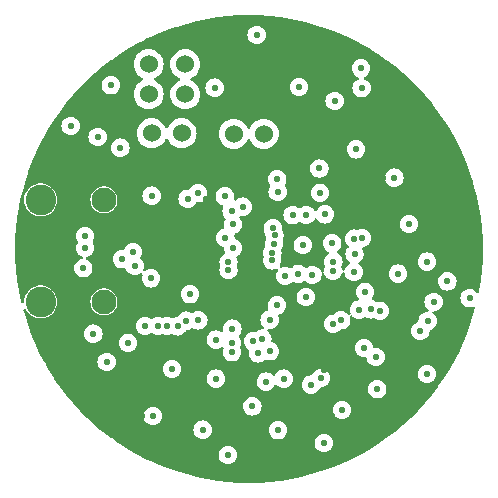
<source format=gbr>
%TF.GenerationSoftware,KiCad,Pcbnew,7.0.7*%
%TF.CreationDate,2024-10-30T15:59:06-07:00*%
%TF.ProjectId,SensingBoard_rev1.1,53656e73-696e-4674-926f-6172645f7265,rev?*%
%TF.SameCoordinates,Original*%
%TF.FileFunction,Copper,L3,Inr*%
%TF.FilePolarity,Positive*%
%FSLAX46Y46*%
G04 Gerber Fmt 4.6, Leading zero omitted, Abs format (unit mm)*
G04 Created by KiCad (PCBNEW 7.0.7) date 2024-10-30 15:59:06*
%MOMM*%
%LPD*%
G01*
G04 APERTURE LIST*
%TA.AperFunction,ComponentPad*%
%ADD10C,1.524000*%
%TD*%
%TA.AperFunction,ComponentPad*%
%ADD11C,2.100000*%
%TD*%
%TA.AperFunction,ComponentPad*%
%ADD12C,2.600000*%
%TD*%
%TA.AperFunction,ViaPad*%
%ADD13C,0.550000*%
%TD*%
G04 APERTURE END LIST*
D10*
%TO.N,MOTOR2_BIN2*%
%TO.C,J6*%
X124764800Y-49377600D03*
%TO.N,MOTOR2_BIN1*%
X124764800Y-46837600D03*
%TD*%
%TO.N,DRV_FAULT*%
%TO.C,J7*%
X121666000Y-46824900D03*
%TO.N,DRV_SLEEP*%
X121666000Y-49364900D03*
%TD*%
%TO.N,GND*%
%TO.C,J9*%
X128879600Y-52730400D03*
%TO.N,VDC*%
X131419600Y-52730400D03*
%TD*%
D11*
%TO.N,GND*%
%TO.C,J1*%
X117882000Y-58318400D03*
D12*
X112522000Y-58318400D03*
D11*
X117882000Y-66958400D03*
D12*
X112522000Y-66958400D03*
%TD*%
D10*
%TO.N,MOTOR1_AIN2*%
%TO.C,J5*%
X124460000Y-52679600D03*
%TO.N,MOTOR1_AIN1*%
X121920000Y-52679600D03*
%TD*%
D13*
%TO.N,Net-(U2-XIN32)*%
X140496118Y-67595586D03*
X144678400Y-69427900D03*
%TO.N,+5V*%
X116294500Y-61382635D03*
X116136972Y-64112900D03*
%TO.N,DRV_SLEEP*%
X137974396Y-68511505D03*
%TO.N,DRV_FAULT*%
X139496800Y-67614800D03*
%TO.N,+1V8*%
X131599700Y-73710800D03*
X117348000Y-52984400D03*
%TO.N,+2V8*%
X139649200Y-47193200D03*
X130914831Y-71326283D03*
X143713200Y-60350400D03*
X141244669Y-67708302D03*
%TO.N,Net-(D4-K)*%
X140882921Y-71613813D03*
X123647200Y-72644000D03*
%TO.N,IO38{slash}DVP_VSYNC*%
X139039600Y-64429900D03*
X131908935Y-68459735D03*
%TO.N,IO47{slash}DVP_HREF*%
X135534400Y-64668400D03*
X131927697Y-71138096D03*
%TO.N,IO48{slash}DVP_Y9*%
X130518100Y-70307200D03*
X134975600Y-66548000D03*
%TO.N,IO10{slash}XMCLK*%
X128117600Y-58028800D03*
%TO.N,IO11{slash}DVP_Y8*%
X129619678Y-58899122D03*
%TO.N,IO12{slash}DVP_Y7*%
X128724700Y-71221600D03*
X128701732Y-59294572D03*
%TO.N,IO13{slash}DVP_PCLK*%
X128724700Y-70408800D03*
X128823958Y-60406042D03*
%TO.N,BNO_INT*%
X137286833Y-68808767D03*
X145796000Y-66954400D03*
%TO.N,USB_DP*%
X120345200Y-62738000D03*
X128431283Y-64253555D03*
%TO.N,USB_DN*%
X119430800Y-63347600D03*
X120497600Y-63906400D03*
X116294097Y-62382747D03*
X128431283Y-63614052D03*
%TO.N,IO14{slash}DVP_Y6*%
X132181600Y-60706000D03*
X128760001Y-69225233D03*
%TO.N,IO15{slash}DVP_Y2*%
X132326990Y-61328757D03*
X127355600Y-70154800D03*
%TO.N,IO16{slash}DVP_Y5*%
X132284525Y-62028125D03*
%TO.N,IO17{slash}DVP_Y3*%
X132147918Y-62792809D03*
X125873961Y-68523514D03*
%TO.N,IO18{slash}DVP_Y4*%
X132130800Y-63441900D03*
X124874884Y-68552681D03*
%TO.N,CHIP_EN*%
X126238000Y-77774800D03*
X136194887Y-57718139D03*
%TO.N,SPID*%
X134355826Y-64576974D03*
X130454400Y-75809300D03*
%TO.N,SPIQ*%
X132527900Y-67259200D03*
X133248400Y-64770000D03*
%TO.N,GND*%
X115062000Y-52070000D03*
X121869200Y-64973200D03*
X136122501Y-55664292D03*
X121920000Y-57962800D03*
X128371600Y-79908400D03*
X118465600Y-48615600D03*
X148844000Y-66649600D03*
X118110000Y-72034400D03*
X140004800Y-66103900D03*
X141028693Y-74352978D03*
X136245600Y-73406000D03*
X136499600Y-78892400D03*
X119923979Y-70420735D03*
X146964400Y-65227200D03*
X119278400Y-53898800D03*
X127355600Y-73456800D03*
X122021600Y-76606400D03*
X137414000Y-49936400D03*
X131292600Y-70069800D03*
X139700000Y-48869600D03*
X134721600Y-62128400D03*
X145237200Y-73050400D03*
X145237200Y-63550800D03*
X116992400Y-69646800D03*
X128828800Y-62382400D03*
X138042436Y-76102776D03*
X139903200Y-70866000D03*
X125171200Y-66311183D03*
X124968000Y-58216800D03*
X134416800Y-48768000D03*
X145288000Y-68580000D03*
X130810000Y-44348400D03*
X127254000Y-48818800D03*
X142480700Y-56438800D03*
X139242800Y-54051200D03*
%TO.N,+3.3V*%
X122377200Y-66294000D03*
X128066800Y-65278000D03*
X147116800Y-61112400D03*
X140106400Y-63578800D03*
X132384800Y-81178400D03*
X141481197Y-56438800D03*
X140970000Y-73355200D03*
X128524000Y-80924400D03*
X136369675Y-54417709D03*
X136519984Y-72708528D03*
X126565800Y-58216800D03*
X127457200Y-47752000D03*
X121107200Y-76606400D03*
X137793500Y-70223700D03*
X130030601Y-61599131D03*
X140328058Y-59352858D03*
X137210800Y-76657200D03*
%TO.N,RX_D7*%
X139085064Y-61608223D03*
X128171085Y-61528315D03*
%TO.N,TX_D6*%
X139722764Y-61560242D03*
X125831600Y-57759600D03*
%TO.N,MTDO{slash}IO40{slash}CAM_SDA*%
X142778620Y-64566316D03*
X123228303Y-68986400D03*
X135435433Y-73962167D03*
X137312400Y-63550800D03*
%TO.N,MTCK{slash}IO39{slash}CAM_SCL*%
X137280918Y-64331785D03*
X133096000Y-73456800D03*
X124124268Y-69024617D03*
%TO.N,D3{slash}A3*%
X132597902Y-57628415D03*
X133858000Y-59619598D03*
%TO.N,D2{slash}A2*%
X132556500Y-56591200D03*
X135026400Y-59588400D03*
%TO.N,GPIO0*%
X132638800Y-77825600D03*
X136601200Y-59542901D03*
%TO.N,MTDI{slash}IO41{slash}PDM_DATA*%
X122478800Y-68986400D03*
X139100758Y-62920105D03*
%TO.N,MTMS{slash}IO42{slash}PDM_CLK*%
X121361200Y-68986400D03*
X137215402Y-62002900D03*
%TD*%
%TA.AperFunction,Conductor*%
%TO.N,+3.3V*%
G36*
X131051758Y-42704406D02*
G01*
X131054447Y-42704527D01*
X131938295Y-42764118D01*
X131940951Y-42764357D01*
X132821226Y-42863540D01*
X132823886Y-42863901D01*
X133698807Y-43002475D01*
X133701461Y-43002957D01*
X134569263Y-43180640D01*
X134571947Y-43181254D01*
X135227152Y-43346350D01*
X135364639Y-43380994D01*
X135430860Y-43397680D01*
X135433535Y-43398418D01*
X136281869Y-43653162D01*
X136284479Y-43654011D01*
X137120552Y-43946566D01*
X137123157Y-43947544D01*
X137945205Y-44277291D01*
X137947757Y-44278381D01*
X138754240Y-44644703D01*
X138756709Y-44645893D01*
X139545926Y-45048019D01*
X139548366Y-45049331D01*
X139653950Y-45109242D01*
X140318736Y-45486455D01*
X140321125Y-45487882D01*
X140924128Y-45866774D01*
X141071114Y-45959131D01*
X141073423Y-45960655D01*
X141713575Y-46404154D01*
X141801511Y-46465076D01*
X141803762Y-46466712D01*
X141956561Y-46583053D01*
X142508494Y-47003296D01*
X142510642Y-47005010D01*
X143190593Y-47572673D01*
X143192688Y-47574504D01*
X143846474Y-48172090D01*
X143848485Y-48174013D01*
X144474786Y-48800314D01*
X144476709Y-48802325D01*
X145074295Y-49456111D01*
X145076126Y-49458206D01*
X145643789Y-50138157D01*
X145645507Y-50140311D01*
X145942963Y-50530980D01*
X146182087Y-50845037D01*
X146183723Y-50847288D01*
X146628099Y-51488707D01*
X146688135Y-51575363D01*
X146689668Y-51577685D01*
X147160917Y-52327674D01*
X147162344Y-52330063D01*
X147599462Y-53100423D01*
X147600780Y-53102873D01*
X148002906Y-53892090D01*
X148004105Y-53894578D01*
X148084902Y-54072458D01*
X148370415Y-54701036D01*
X148371508Y-54703594D01*
X148701255Y-55525642D01*
X148702233Y-55528247D01*
X148994788Y-56364320D01*
X148995645Y-56366957D01*
X149017219Y-56438800D01*
X149250378Y-57215256D01*
X149251119Y-57217939D01*
X149467545Y-58076852D01*
X149468165Y-58079565D01*
X149645837Y-58947311D01*
X149646330Y-58950028D01*
X149779885Y-59793256D01*
X149784892Y-59824871D01*
X149785263Y-59827611D01*
X149884234Y-60705997D01*
X149884437Y-60707801D01*
X149884684Y-60710544D01*
X149944102Y-61591832D01*
X149944269Y-61594302D01*
X149944394Y-61597082D01*
X149964268Y-62482610D01*
X149964268Y-62485390D01*
X149944394Y-63370917D01*
X149944269Y-63373691D01*
X149884684Y-64257451D01*
X149884437Y-64260195D01*
X149787060Y-65124450D01*
X149785266Y-65140370D01*
X149784892Y-65143128D01*
X149782494Y-65158269D01*
X149660226Y-65930241D01*
X149646334Y-66017949D01*
X149645837Y-66020687D01*
X149635290Y-66072198D01*
X149602558Y-66133927D01*
X149541649Y-66168160D01*
X149471901Y-66164028D01*
X149426129Y-66135006D01*
X149330576Y-66039453D01*
X149248755Y-65988042D01*
X149182606Y-65946478D01*
X149182605Y-65946477D01*
X149182604Y-65946477D01*
X149017658Y-65888759D01*
X149017648Y-65888757D01*
X148844004Y-65869193D01*
X148843996Y-65869193D01*
X148670351Y-65888757D01*
X148670341Y-65888759D01*
X148505395Y-65946477D01*
X148357423Y-66039453D01*
X148233853Y-66163023D01*
X148140877Y-66310995D01*
X148083159Y-66475941D01*
X148083157Y-66475951D01*
X148063593Y-66649596D01*
X148063593Y-66649603D01*
X148083157Y-66823248D01*
X148083159Y-66823258D01*
X148140877Y-66988204D01*
X148140878Y-66988206D01*
X148233853Y-67136176D01*
X148357424Y-67259747D01*
X148505394Y-67352722D01*
X148670343Y-67410441D01*
X148670349Y-67410441D01*
X148670351Y-67410442D01*
X148843996Y-67430007D01*
X148844000Y-67430007D01*
X148844004Y-67430007D01*
X149017648Y-67410442D01*
X149017647Y-67410442D01*
X149017657Y-67410441D01*
X149150047Y-67364114D01*
X149219823Y-67360552D01*
X149280451Y-67395281D01*
X149312678Y-67457274D01*
X149311242Y-67511454D01*
X149251119Y-67750060D01*
X149250378Y-67752743D01*
X148995648Y-68601033D01*
X148994788Y-68603679D01*
X148702233Y-69439752D01*
X148701255Y-69442357D01*
X148371508Y-70264405D01*
X148370415Y-70266963D01*
X148004114Y-71073402D01*
X148002906Y-71075909D01*
X147600780Y-71865126D01*
X147599462Y-71867576D01*
X147162344Y-72637936D01*
X147160917Y-72640325D01*
X146689668Y-73390314D01*
X146688135Y-73392636D01*
X146183723Y-74120711D01*
X146182087Y-74122962D01*
X145645524Y-74827667D01*
X145643789Y-74829842D01*
X145076126Y-75509793D01*
X145074295Y-75511888D01*
X144476709Y-76165674D01*
X144474786Y-76167685D01*
X143848485Y-76793986D01*
X143846474Y-76795909D01*
X143192688Y-77393495D01*
X143190593Y-77395326D01*
X142510642Y-77962989D01*
X142508467Y-77964724D01*
X141803762Y-78501287D01*
X141801511Y-78502923D01*
X141073436Y-79007335D01*
X141071114Y-79008868D01*
X140321125Y-79480117D01*
X140318736Y-79481544D01*
X139548376Y-79918662D01*
X139545926Y-79919980D01*
X138756709Y-80322106D01*
X138754202Y-80323314D01*
X137947763Y-80689615D01*
X137945205Y-80690708D01*
X137123157Y-81020455D01*
X137120552Y-81021433D01*
X136284479Y-81313988D01*
X136281833Y-81314848D01*
X135433543Y-81569578D01*
X135430860Y-81570319D01*
X134571947Y-81786745D01*
X134569234Y-81787365D01*
X133701488Y-81965037D01*
X133698763Y-81965531D01*
X132967096Y-82081416D01*
X132823928Y-82104092D01*
X132821182Y-82104464D01*
X131940998Y-82203637D01*
X131938251Y-82203884D01*
X131054491Y-82263469D01*
X131051717Y-82263594D01*
X130166191Y-82283468D01*
X130163409Y-82283468D01*
X129277882Y-82263594D01*
X129275110Y-82263469D01*
X128391344Y-82203884D01*
X128388608Y-82203637D01*
X127508411Y-82104463D01*
X127505675Y-82104092D01*
X126630828Y-81965530D01*
X126628111Y-81965037D01*
X125760365Y-81787365D01*
X125757652Y-81786745D01*
X124898739Y-81570319D01*
X124896056Y-81569578D01*
X124296401Y-81389509D01*
X124047757Y-81314845D01*
X124045120Y-81313988D01*
X123209047Y-81021433D01*
X123206442Y-81020455D01*
X122384394Y-80690708D01*
X122381836Y-80689615D01*
X122005215Y-80518546D01*
X121575378Y-80323305D01*
X121572890Y-80322106D01*
X120783673Y-79919980D01*
X120781223Y-79918662D01*
X120763143Y-79908403D01*
X127591193Y-79908403D01*
X127610757Y-80082048D01*
X127610759Y-80082057D01*
X127668478Y-80247006D01*
X127761453Y-80394976D01*
X127885024Y-80518547D01*
X128032994Y-80611522D01*
X128197943Y-80669241D01*
X128197949Y-80669241D01*
X128197951Y-80669242D01*
X128371596Y-80688807D01*
X128371600Y-80688807D01*
X128371604Y-80688807D01*
X128545248Y-80669242D01*
X128545247Y-80669242D01*
X128545257Y-80669241D01*
X128710206Y-80611522D01*
X128858176Y-80518547D01*
X128981747Y-80394976D01*
X129074722Y-80247006D01*
X129132441Y-80082057D01*
X129133221Y-80075126D01*
X129152007Y-79908403D01*
X129152007Y-79908396D01*
X129132442Y-79734751D01*
X129132441Y-79734749D01*
X129132441Y-79734743D01*
X129074722Y-79569794D01*
X128981747Y-79421824D01*
X128858176Y-79298253D01*
X128710206Y-79205278D01*
X128710205Y-79205277D01*
X128710204Y-79205277D01*
X128545258Y-79147559D01*
X128545248Y-79147557D01*
X128371604Y-79127993D01*
X128371596Y-79127993D01*
X128197951Y-79147557D01*
X128197941Y-79147559D01*
X128032995Y-79205277D01*
X127885023Y-79298253D01*
X127761453Y-79421823D01*
X127668477Y-79569795D01*
X127610759Y-79734741D01*
X127610757Y-79734751D01*
X127591193Y-79908396D01*
X127591193Y-79908403D01*
X120763143Y-79908403D01*
X120010863Y-79481544D01*
X120008474Y-79480117D01*
X119258485Y-79008868D01*
X119256163Y-79007335D01*
X119090269Y-78892403D01*
X135719193Y-78892403D01*
X135738757Y-79066048D01*
X135738759Y-79066058D01*
X135787475Y-79205277D01*
X135796478Y-79231006D01*
X135889453Y-79378976D01*
X136013024Y-79502547D01*
X136160994Y-79595522D01*
X136325943Y-79653241D01*
X136325949Y-79653241D01*
X136325951Y-79653242D01*
X136499596Y-79672807D01*
X136499600Y-79672807D01*
X136499604Y-79672807D01*
X136673248Y-79653242D01*
X136673247Y-79653242D01*
X136673257Y-79653241D01*
X136838206Y-79595522D01*
X136986176Y-79502547D01*
X137109747Y-79378976D01*
X137202722Y-79231006D01*
X137260441Y-79066057D01*
X137280007Y-78892400D01*
X137260441Y-78718743D01*
X137202722Y-78553794D01*
X137109747Y-78405824D01*
X136986176Y-78282253D01*
X136838206Y-78189278D01*
X136838205Y-78189277D01*
X136838204Y-78189277D01*
X136673258Y-78131559D01*
X136673248Y-78131557D01*
X136499604Y-78111993D01*
X136499596Y-78111993D01*
X136325951Y-78131557D01*
X136325941Y-78131559D01*
X136160995Y-78189277D01*
X136013023Y-78282253D01*
X135889453Y-78405823D01*
X135796477Y-78553795D01*
X135738759Y-78718741D01*
X135738757Y-78718751D01*
X135719193Y-78892396D01*
X135719193Y-78892403D01*
X119090269Y-78892403D01*
X118528088Y-78502923D01*
X118525837Y-78501287D01*
X118116053Y-78189277D01*
X117821111Y-77964707D01*
X117818957Y-77962989D01*
X117593546Y-77774803D01*
X125457593Y-77774803D01*
X125477157Y-77948448D01*
X125477159Y-77948458D01*
X125534877Y-78113404D01*
X125534878Y-78113406D01*
X125627853Y-78261376D01*
X125751424Y-78384947D01*
X125899394Y-78477922D01*
X126064343Y-78535641D01*
X126064349Y-78535641D01*
X126064351Y-78535642D01*
X126237996Y-78555207D01*
X126238000Y-78555207D01*
X126238004Y-78555207D01*
X126411648Y-78535642D01*
X126411647Y-78535642D01*
X126411657Y-78535641D01*
X126576606Y-78477922D01*
X126724576Y-78384947D01*
X126848147Y-78261376D01*
X126941122Y-78113406D01*
X126998841Y-77948457D01*
X127012683Y-77825603D01*
X131858393Y-77825603D01*
X131877957Y-77999248D01*
X131877959Y-77999258D01*
X131917901Y-78113404D01*
X131935678Y-78164206D01*
X132028653Y-78312176D01*
X132152224Y-78435747D01*
X132300194Y-78528722D01*
X132465143Y-78586441D01*
X132465149Y-78586441D01*
X132465151Y-78586442D01*
X132638796Y-78606007D01*
X132638800Y-78606007D01*
X132638804Y-78606007D01*
X132812448Y-78586442D01*
X132812447Y-78586442D01*
X132812457Y-78586441D01*
X132977406Y-78528722D01*
X133125376Y-78435747D01*
X133248947Y-78312176D01*
X133341922Y-78164206D01*
X133399641Y-77999257D01*
X133419207Y-77825600D01*
X133413483Y-77774800D01*
X133399642Y-77651951D01*
X133399641Y-77651949D01*
X133399641Y-77651943D01*
X133341922Y-77486994D01*
X133248947Y-77339024D01*
X133125376Y-77215453D01*
X132977406Y-77122478D01*
X132977405Y-77122477D01*
X132977404Y-77122477D01*
X132812458Y-77064759D01*
X132812448Y-77064757D01*
X132638804Y-77045193D01*
X132638796Y-77045193D01*
X132465151Y-77064757D01*
X132465141Y-77064759D01*
X132300195Y-77122477D01*
X132152223Y-77215453D01*
X132028653Y-77339023D01*
X131935677Y-77486995D01*
X131877959Y-77651941D01*
X131877957Y-77651951D01*
X131858393Y-77825596D01*
X131858393Y-77825603D01*
X127012683Y-77825603D01*
X127018407Y-77774803D01*
X127018407Y-77774796D01*
X126998842Y-77601151D01*
X126998841Y-77601149D01*
X126998841Y-77601143D01*
X126941122Y-77436194D01*
X126848147Y-77288224D01*
X126724576Y-77164653D01*
X126576606Y-77071678D01*
X126576605Y-77071677D01*
X126576604Y-77071677D01*
X126411658Y-77013959D01*
X126411648Y-77013957D01*
X126238004Y-76994393D01*
X126237996Y-76994393D01*
X126064351Y-77013957D01*
X126064341Y-77013959D01*
X125899395Y-77071677D01*
X125751423Y-77164653D01*
X125627853Y-77288223D01*
X125534877Y-77436195D01*
X125477159Y-77601141D01*
X125477157Y-77601151D01*
X125457593Y-77774796D01*
X125457593Y-77774803D01*
X117593546Y-77774803D01*
X117139006Y-77395326D01*
X117136911Y-77393495D01*
X116483125Y-76795909D01*
X116481114Y-76793986D01*
X116293531Y-76606403D01*
X121241193Y-76606403D01*
X121260757Y-76780048D01*
X121260759Y-76780058D01*
X121296845Y-76883183D01*
X121318478Y-76945006D01*
X121411453Y-77092976D01*
X121535024Y-77216547D01*
X121682994Y-77309522D01*
X121847943Y-77367241D01*
X121847949Y-77367241D01*
X121847951Y-77367242D01*
X122021596Y-77386807D01*
X122021600Y-77386807D01*
X122021604Y-77386807D01*
X122195248Y-77367242D01*
X122195247Y-77367242D01*
X122195257Y-77367241D01*
X122360206Y-77309522D01*
X122508176Y-77216547D01*
X122631747Y-77092976D01*
X122724722Y-76945006D01*
X122782441Y-76780057D01*
X122802007Y-76606400D01*
X122800126Y-76589707D01*
X122782442Y-76432751D01*
X122782441Y-76432749D01*
X122782441Y-76432743D01*
X122724722Y-76267794D01*
X122631747Y-76119824D01*
X122508176Y-75996253D01*
X122360206Y-75903278D01*
X122360205Y-75903277D01*
X122360204Y-75903277D01*
X122195258Y-75845559D01*
X122195248Y-75845557D01*
X122021604Y-75825993D01*
X122021596Y-75825993D01*
X121847951Y-75845557D01*
X121847941Y-75845559D01*
X121682995Y-75903277D01*
X121535023Y-75996253D01*
X121411453Y-76119823D01*
X121318477Y-76267795D01*
X121260759Y-76432741D01*
X121260757Y-76432751D01*
X121241193Y-76606396D01*
X121241193Y-76606403D01*
X116293531Y-76606403D01*
X115854813Y-76167685D01*
X115852890Y-76165674D01*
X115527153Y-75809303D01*
X129673993Y-75809303D01*
X129693557Y-75982948D01*
X129693559Y-75982958D01*
X129751277Y-76147904D01*
X129751278Y-76147906D01*
X129844253Y-76295876D01*
X129967824Y-76419447D01*
X130115794Y-76512422D01*
X130280743Y-76570141D01*
X130280749Y-76570141D01*
X130280751Y-76570142D01*
X130454396Y-76589707D01*
X130454400Y-76589707D01*
X130454404Y-76589707D01*
X130628048Y-76570142D01*
X130628047Y-76570142D01*
X130628057Y-76570141D01*
X130793006Y-76512422D01*
X130940976Y-76419447D01*
X131064547Y-76295876D01*
X131157522Y-76147906D01*
X131173313Y-76102779D01*
X137262029Y-76102779D01*
X137281593Y-76276424D01*
X137281595Y-76276433D01*
X137339314Y-76441382D01*
X137432289Y-76589352D01*
X137555860Y-76712923D01*
X137703830Y-76805898D01*
X137868779Y-76863617D01*
X137868785Y-76863617D01*
X137868787Y-76863618D01*
X138042432Y-76883183D01*
X138042436Y-76883183D01*
X138042440Y-76883183D01*
X138216084Y-76863618D01*
X138216083Y-76863618D01*
X138216093Y-76863617D01*
X138381042Y-76805898D01*
X138529012Y-76712923D01*
X138652583Y-76589352D01*
X138745558Y-76441382D01*
X138803277Y-76276433D01*
X138817758Y-76147906D01*
X138822843Y-76102779D01*
X138822843Y-76102772D01*
X138803278Y-75929127D01*
X138803277Y-75929125D01*
X138803277Y-75929119D01*
X138745558Y-75764170D01*
X138652583Y-75616200D01*
X138529012Y-75492629D01*
X138381042Y-75399654D01*
X138381041Y-75399653D01*
X138381040Y-75399653D01*
X138216094Y-75341935D01*
X138216084Y-75341933D01*
X138042440Y-75322369D01*
X138042432Y-75322369D01*
X137868787Y-75341933D01*
X137868777Y-75341935D01*
X137703831Y-75399653D01*
X137555859Y-75492629D01*
X137432289Y-75616199D01*
X137339313Y-75764171D01*
X137281595Y-75929117D01*
X137281593Y-75929127D01*
X137262029Y-76102772D01*
X137262029Y-76102779D01*
X131173313Y-76102779D01*
X131215241Y-75982957D01*
X131221307Y-75929117D01*
X131234807Y-75809303D01*
X131234807Y-75809296D01*
X131215242Y-75635651D01*
X131215241Y-75635649D01*
X131215241Y-75635643D01*
X131157522Y-75470694D01*
X131064547Y-75322724D01*
X130940976Y-75199153D01*
X130793006Y-75106178D01*
X130793005Y-75106177D01*
X130793004Y-75106177D01*
X130628058Y-75048459D01*
X130628048Y-75048457D01*
X130454404Y-75028893D01*
X130454396Y-75028893D01*
X130280751Y-75048457D01*
X130280741Y-75048459D01*
X130115795Y-75106177D01*
X129967823Y-75199153D01*
X129844253Y-75322723D01*
X129751277Y-75470695D01*
X129693559Y-75635641D01*
X129693557Y-75635651D01*
X129673993Y-75809296D01*
X129673993Y-75809303D01*
X115527153Y-75809303D01*
X115255304Y-75511888D01*
X115253473Y-75509793D01*
X114685810Y-74829842D01*
X114684096Y-74827694D01*
X114219601Y-74217642D01*
X114147512Y-74122962D01*
X114145876Y-74120711D01*
X114108628Y-74066947D01*
X113685919Y-73456803D01*
X126575193Y-73456803D01*
X126594757Y-73630448D01*
X126594759Y-73630458D01*
X126652477Y-73795404D01*
X126652478Y-73795406D01*
X126745453Y-73943376D01*
X126869024Y-74066947D01*
X127016994Y-74159922D01*
X127181943Y-74217641D01*
X127181949Y-74217641D01*
X127181951Y-74217642D01*
X127355596Y-74237207D01*
X127355600Y-74237207D01*
X127355604Y-74237207D01*
X127529248Y-74217642D01*
X127529247Y-74217642D01*
X127529257Y-74217641D01*
X127694206Y-74159922D01*
X127842176Y-74066947D01*
X127965747Y-73943376D01*
X128058722Y-73795406D01*
X128088326Y-73710803D01*
X130819293Y-73710803D01*
X130838857Y-73884448D01*
X130838859Y-73884458D01*
X130884940Y-74016147D01*
X130896578Y-74049406D01*
X130989553Y-74197376D01*
X131113124Y-74320947D01*
X131261094Y-74413922D01*
X131426043Y-74471641D01*
X131426049Y-74471641D01*
X131426051Y-74471642D01*
X131599696Y-74491207D01*
X131599700Y-74491207D01*
X131599704Y-74491207D01*
X131773348Y-74471642D01*
X131773347Y-74471642D01*
X131773357Y-74471641D01*
X131938306Y-74413922D01*
X132086276Y-74320947D01*
X132209847Y-74197376D01*
X132302822Y-74049406D01*
X132312572Y-74021541D01*
X132353290Y-73964768D01*
X132418242Y-73939019D01*
X132486804Y-73952474D01*
X132517293Y-73974815D01*
X132609424Y-74066947D01*
X132757394Y-74159922D01*
X132922343Y-74217641D01*
X132922349Y-74217641D01*
X132922351Y-74217642D01*
X133095996Y-74237207D01*
X133096000Y-74237207D01*
X133096004Y-74237207D01*
X133269648Y-74217642D01*
X133269647Y-74217642D01*
X133269657Y-74217641D01*
X133434606Y-74159922D01*
X133582576Y-74066947D01*
X133687353Y-73962170D01*
X134655026Y-73962170D01*
X134674590Y-74135815D01*
X134674592Y-74135825D01*
X134732310Y-74300771D01*
X134732311Y-74300773D01*
X134825286Y-74448743D01*
X134948857Y-74572314D01*
X135096827Y-74665289D01*
X135261776Y-74723008D01*
X135261782Y-74723008D01*
X135261784Y-74723009D01*
X135435429Y-74742574D01*
X135435433Y-74742574D01*
X135435437Y-74742574D01*
X135609081Y-74723009D01*
X135609080Y-74723009D01*
X135609090Y-74723008D01*
X135774039Y-74665289D01*
X135922009Y-74572314D01*
X136045580Y-74448743D01*
X136105751Y-74352981D01*
X140248286Y-74352981D01*
X140267850Y-74526626D01*
X140267852Y-74526636D01*
X140283836Y-74572314D01*
X140325571Y-74691584D01*
X140418546Y-74839554D01*
X140542117Y-74963125D01*
X140690087Y-75056100D01*
X140855036Y-75113819D01*
X140855042Y-75113819D01*
X140855044Y-75113820D01*
X141028689Y-75133385D01*
X141028693Y-75133385D01*
X141028697Y-75133385D01*
X141202341Y-75113820D01*
X141202340Y-75113820D01*
X141202350Y-75113819D01*
X141367299Y-75056100D01*
X141515269Y-74963125D01*
X141638840Y-74839554D01*
X141731815Y-74691584D01*
X141789534Y-74526635D01*
X141798310Y-74448743D01*
X141809100Y-74352981D01*
X141809100Y-74352974D01*
X141789535Y-74179329D01*
X141789534Y-74179327D01*
X141789534Y-74179321D01*
X141731815Y-74014372D01*
X141638840Y-73866402D01*
X141515269Y-73742831D01*
X141367299Y-73649856D01*
X141367298Y-73649855D01*
X141367297Y-73649855D01*
X141202351Y-73592137D01*
X141202341Y-73592135D01*
X141028697Y-73572571D01*
X141028689Y-73572571D01*
X140855044Y-73592135D01*
X140855034Y-73592137D01*
X140690088Y-73649855D01*
X140542116Y-73742831D01*
X140418546Y-73866401D01*
X140325570Y-74014373D01*
X140267852Y-74179319D01*
X140267850Y-74179329D01*
X140248286Y-74352974D01*
X140248286Y-74352981D01*
X136105751Y-74352981D01*
X136138555Y-74300773D01*
X136150088Y-74267812D01*
X136190808Y-74211036D01*
X136253245Y-74185545D01*
X136387032Y-74170471D01*
X136419249Y-74166842D01*
X136419249Y-74166841D01*
X136419257Y-74166841D01*
X136584206Y-74109122D01*
X136732176Y-74016147D01*
X136855747Y-73892576D01*
X136948722Y-73744606D01*
X137006441Y-73579657D01*
X137011250Y-73536976D01*
X137026007Y-73406003D01*
X137026007Y-73405996D01*
X137006442Y-73232351D01*
X137006441Y-73232349D01*
X137006441Y-73232343D01*
X136948722Y-73067394D01*
X136938046Y-73050403D01*
X144456793Y-73050403D01*
X144476357Y-73224048D01*
X144476359Y-73224058D01*
X144497034Y-73283143D01*
X144534078Y-73389006D01*
X144627053Y-73536976D01*
X144750624Y-73660547D01*
X144898594Y-73753522D01*
X145063543Y-73811241D01*
X145063549Y-73811241D01*
X145063551Y-73811242D01*
X145237196Y-73830807D01*
X145237200Y-73830807D01*
X145237204Y-73830807D01*
X145410848Y-73811242D01*
X145410847Y-73811242D01*
X145410857Y-73811241D01*
X145575806Y-73753522D01*
X145723776Y-73660547D01*
X145847347Y-73536976D01*
X145940322Y-73389006D01*
X145998041Y-73224057D01*
X146015692Y-73067395D01*
X146017607Y-73050403D01*
X146017607Y-73050396D01*
X145998042Y-72876751D01*
X145998041Y-72876749D01*
X145998041Y-72876743D01*
X145940322Y-72711794D01*
X145847347Y-72563824D01*
X145723776Y-72440253D01*
X145575806Y-72347278D01*
X145575805Y-72347277D01*
X145575804Y-72347277D01*
X145410858Y-72289559D01*
X145410848Y-72289557D01*
X145237204Y-72269993D01*
X145237196Y-72269993D01*
X145063551Y-72289557D01*
X145063541Y-72289559D01*
X144898595Y-72347277D01*
X144750623Y-72440253D01*
X144627053Y-72563823D01*
X144534077Y-72711795D01*
X144476359Y-72876741D01*
X144476357Y-72876751D01*
X144456793Y-73050396D01*
X144456793Y-73050403D01*
X136938046Y-73050403D01*
X136855747Y-72919424D01*
X136732176Y-72795853D01*
X136584206Y-72702878D01*
X136584205Y-72702877D01*
X136584204Y-72702877D01*
X136419258Y-72645159D01*
X136419248Y-72645157D01*
X136245604Y-72625593D01*
X136245596Y-72625593D01*
X136071951Y-72645157D01*
X136071941Y-72645159D01*
X135906995Y-72702877D01*
X135759023Y-72795853D01*
X135635453Y-72919423D01*
X135542480Y-73067389D01*
X135530943Y-73100359D01*
X135490219Y-73157134D01*
X135427785Y-73182621D01*
X135261784Y-73201324D01*
X135261774Y-73201326D01*
X135096828Y-73259044D01*
X134948856Y-73352020D01*
X134825286Y-73475590D01*
X134732310Y-73623562D01*
X134674592Y-73788508D01*
X134674590Y-73788518D01*
X134655026Y-73962163D01*
X134655026Y-73962170D01*
X133687353Y-73962170D01*
X133706147Y-73943376D01*
X133799122Y-73795406D01*
X133856841Y-73630457D01*
X133876407Y-73456800D01*
X133872757Y-73424407D01*
X133856842Y-73283151D01*
X133856841Y-73283149D01*
X133856841Y-73283143D01*
X133799122Y-73118194D01*
X133706147Y-72970224D01*
X133582576Y-72846653D01*
X133434606Y-72753678D01*
X133434605Y-72753677D01*
X133434604Y-72753677D01*
X133269658Y-72695959D01*
X133269648Y-72695957D01*
X133096004Y-72676393D01*
X133095996Y-72676393D01*
X132922351Y-72695957D01*
X132922341Y-72695959D01*
X132757395Y-72753677D01*
X132609423Y-72846653D01*
X132485853Y-72970223D01*
X132392878Y-73118194D01*
X132383128Y-73146058D01*
X132342406Y-73202833D01*
X132277453Y-73228580D01*
X132208892Y-73215123D01*
X132178406Y-73192783D01*
X132086276Y-73100653D01*
X131938304Y-73007677D01*
X131773358Y-72949959D01*
X131773348Y-72949957D01*
X131599704Y-72930393D01*
X131599696Y-72930393D01*
X131426051Y-72949957D01*
X131426041Y-72949959D01*
X131261095Y-73007677D01*
X131113123Y-73100653D01*
X130989553Y-73224223D01*
X130896577Y-73372195D01*
X130838859Y-73537141D01*
X130838857Y-73537151D01*
X130819293Y-73710796D01*
X130819293Y-73710803D01*
X128088326Y-73710803D01*
X128116441Y-73630457D01*
X128136007Y-73456800D01*
X128132357Y-73424407D01*
X128116442Y-73283151D01*
X128116441Y-73283149D01*
X128116441Y-73283143D01*
X128058722Y-73118194D01*
X127965747Y-72970224D01*
X127842176Y-72846653D01*
X127694206Y-72753678D01*
X127694205Y-72753677D01*
X127694204Y-72753677D01*
X127529258Y-72695959D01*
X127529248Y-72695957D01*
X127355604Y-72676393D01*
X127355596Y-72676393D01*
X127181951Y-72695957D01*
X127181941Y-72695959D01*
X127016995Y-72753677D01*
X126869023Y-72846653D01*
X126745453Y-72970223D01*
X126652477Y-73118195D01*
X126594759Y-73283141D01*
X126594757Y-73283151D01*
X126575193Y-73456796D01*
X126575193Y-73456803D01*
X113685919Y-73456803D01*
X113641455Y-73392623D01*
X113639931Y-73390314D01*
X113628545Y-73372194D01*
X113168682Y-72640325D01*
X113167255Y-72637936D01*
X112854713Y-72087124D01*
X112824798Y-72034403D01*
X117329593Y-72034403D01*
X117349157Y-72208048D01*
X117349159Y-72208058D01*
X117397875Y-72347277D01*
X117406878Y-72373006D01*
X117499853Y-72520976D01*
X117623424Y-72644547D01*
X117771394Y-72737522D01*
X117936343Y-72795241D01*
X117936349Y-72795241D01*
X117936351Y-72795242D01*
X118109996Y-72814807D01*
X118110000Y-72814807D01*
X118110004Y-72814807D01*
X118283648Y-72795242D01*
X118283647Y-72795242D01*
X118283657Y-72795241D01*
X118448606Y-72737522D01*
X118596576Y-72644547D01*
X118597120Y-72644003D01*
X122866793Y-72644003D01*
X122886357Y-72817648D01*
X122886359Y-72817658D01*
X122932653Y-72949957D01*
X122944078Y-72982606D01*
X123037053Y-73130576D01*
X123160624Y-73254147D01*
X123308594Y-73347122D01*
X123473543Y-73404841D01*
X123473549Y-73404841D01*
X123473551Y-73404842D01*
X123647196Y-73424407D01*
X123647200Y-73424407D01*
X123647204Y-73424407D01*
X123820848Y-73404842D01*
X123820847Y-73404842D01*
X123820857Y-73404841D01*
X123985806Y-73347122D01*
X124133776Y-73254147D01*
X124257347Y-73130576D01*
X124350322Y-72982606D01*
X124408041Y-72817657D01*
X124420973Y-72702878D01*
X124427607Y-72644003D01*
X124427607Y-72643996D01*
X124408042Y-72470351D01*
X124408041Y-72470349D01*
X124408041Y-72470343D01*
X124350322Y-72305394D01*
X124257347Y-72157424D01*
X124133776Y-72033853D01*
X123985806Y-71940878D01*
X123985805Y-71940877D01*
X123985804Y-71940877D01*
X123820858Y-71883159D01*
X123820848Y-71883157D01*
X123647204Y-71863593D01*
X123647196Y-71863593D01*
X123473551Y-71883157D01*
X123473541Y-71883159D01*
X123308595Y-71940877D01*
X123160623Y-72033853D01*
X123037053Y-72157423D01*
X122944077Y-72305395D01*
X122886359Y-72470341D01*
X122886357Y-72470351D01*
X122866793Y-72643996D01*
X122866793Y-72644003D01*
X118597120Y-72644003D01*
X118720147Y-72520976D01*
X118813122Y-72373006D01*
X118870841Y-72208057D01*
X118882972Y-72100389D01*
X118890407Y-72034403D01*
X118890407Y-72034396D01*
X118870842Y-71860751D01*
X118870841Y-71860749D01*
X118870841Y-71860743D01*
X118813122Y-71695794D01*
X118720147Y-71547824D01*
X118596576Y-71424253D01*
X118448606Y-71331278D01*
X118448605Y-71331277D01*
X118448604Y-71331277D01*
X118283658Y-71273559D01*
X118283648Y-71273557D01*
X118110004Y-71253993D01*
X118109996Y-71253993D01*
X117936351Y-71273557D01*
X117936341Y-71273559D01*
X117771395Y-71331277D01*
X117623423Y-71424253D01*
X117499853Y-71547823D01*
X117406877Y-71695795D01*
X117349159Y-71860741D01*
X117349157Y-71860751D01*
X117329593Y-72034396D01*
X117329593Y-72034403D01*
X112824798Y-72034403D01*
X112730131Y-71867566D01*
X112728819Y-71865126D01*
X112326693Y-71075909D01*
X112325503Y-71073440D01*
X111959181Y-70266957D01*
X111958091Y-70264405D01*
X111710353Y-69646803D01*
X116211993Y-69646803D01*
X116231557Y-69820448D01*
X116231559Y-69820458D01*
X116287786Y-69981143D01*
X116289278Y-69985406D01*
X116382253Y-70133376D01*
X116505824Y-70256947D01*
X116653794Y-70349922D01*
X116818743Y-70407641D01*
X116818749Y-70407641D01*
X116818751Y-70407642D01*
X116992396Y-70427207D01*
X116992400Y-70427207D01*
X116992404Y-70427207D01*
X117049818Y-70420738D01*
X119143572Y-70420738D01*
X119163136Y-70594383D01*
X119163138Y-70594393D01*
X119219939Y-70756718D01*
X119220857Y-70759341D01*
X119313832Y-70907311D01*
X119437403Y-71030882D01*
X119585373Y-71123857D01*
X119750322Y-71181576D01*
X119750328Y-71181576D01*
X119750330Y-71181577D01*
X119923975Y-71201142D01*
X119923979Y-71201142D01*
X119923983Y-71201142D01*
X120097627Y-71181577D01*
X120097626Y-71181577D01*
X120097636Y-71181576D01*
X120262585Y-71123857D01*
X120410555Y-71030882D01*
X120534126Y-70907311D01*
X120627101Y-70759341D01*
X120684820Y-70594392D01*
X120696198Y-70493406D01*
X120704386Y-70420738D01*
X120704386Y-70420731D01*
X120684821Y-70247086D01*
X120684820Y-70247084D01*
X120684820Y-70247078D01*
X120652531Y-70154803D01*
X126575193Y-70154803D01*
X126594757Y-70328448D01*
X126594759Y-70328458D01*
X126632031Y-70434973D01*
X126652478Y-70493406D01*
X126745453Y-70641376D01*
X126869024Y-70764947D01*
X127016994Y-70857922D01*
X127181943Y-70915641D01*
X127181949Y-70915641D01*
X127181951Y-70915642D01*
X127355596Y-70935207D01*
X127355600Y-70935207D01*
X127355604Y-70935207D01*
X127529248Y-70915642D01*
X127529247Y-70915642D01*
X127529257Y-70915641D01*
X127694206Y-70857922D01*
X127825035Y-70775717D01*
X127892269Y-70756718D01*
X127959104Y-70777086D01*
X128004318Y-70830354D01*
X128013556Y-70899610D01*
X128008045Y-70921667D01*
X127963859Y-71047940D01*
X127963857Y-71047951D01*
X127944293Y-71221596D01*
X127944293Y-71221603D01*
X127963857Y-71395248D01*
X127963859Y-71395258D01*
X128000490Y-71499941D01*
X128021578Y-71560206D01*
X128114553Y-71708176D01*
X128238124Y-71831747D01*
X128386094Y-71924722D01*
X128551043Y-71982441D01*
X128551049Y-71982441D01*
X128551051Y-71982442D01*
X128724696Y-72002007D01*
X128724700Y-72002007D01*
X128724704Y-72002007D01*
X128898348Y-71982442D01*
X128898347Y-71982442D01*
X128898357Y-71982441D01*
X129063306Y-71924722D01*
X129211276Y-71831747D01*
X129334847Y-71708176D01*
X129427822Y-71560206D01*
X129485541Y-71395257D01*
X129494949Y-71311754D01*
X129505107Y-71221603D01*
X129505107Y-71221596D01*
X129485542Y-71047951D01*
X129485541Y-71047949D01*
X129485541Y-71047943D01*
X129427822Y-70882994D01*
X129427820Y-70882992D01*
X129427820Y-70882990D01*
X129426680Y-70881176D01*
X129426301Y-70879835D01*
X129424798Y-70876714D01*
X129425344Y-70876450D01*
X129407677Y-70813941D01*
X129425298Y-70753927D01*
X129424798Y-70753686D01*
X129426263Y-70750642D01*
X129426680Y-70749224D01*
X129427820Y-70747409D01*
X129427819Y-70747409D01*
X129427822Y-70747406D01*
X129485541Y-70582457D01*
X129503903Y-70419483D01*
X129525773Y-70367433D01*
X129524491Y-70366664D01*
X129515546Y-70348564D01*
X129717025Y-70348564D01*
X129718307Y-70349334D01*
X129749263Y-70411972D01*
X129750343Y-70419483D01*
X129757257Y-70480849D01*
X129757259Y-70480858D01*
X129806728Y-70622230D01*
X129814978Y-70645806D01*
X129907953Y-70793776D01*
X130031524Y-70917347D01*
X130086282Y-70951753D01*
X130115676Y-70970223D01*
X130161967Y-71022558D01*
X130172615Y-71091611D01*
X130166746Y-71116170D01*
X130153990Y-71152625D01*
X130153988Y-71152634D01*
X130134424Y-71326279D01*
X130134424Y-71326286D01*
X130153988Y-71499931D01*
X130153990Y-71499941D01*
X130206415Y-71649760D01*
X130211709Y-71664889D01*
X130304684Y-71812859D01*
X130428255Y-71936430D01*
X130576225Y-72029405D01*
X130741174Y-72087124D01*
X130741180Y-72087124D01*
X130741182Y-72087125D01*
X130914827Y-72106690D01*
X130914831Y-72106690D01*
X130914835Y-72106690D01*
X131088479Y-72087125D01*
X131088478Y-72087125D01*
X131088488Y-72087124D01*
X131253437Y-72029405D01*
X131401407Y-71936430D01*
X131465498Y-71872338D01*
X131526817Y-71838856D01*
X131594128Y-71842980D01*
X131754040Y-71898937D01*
X131754046Y-71898937D01*
X131754048Y-71898938D01*
X131927693Y-71918503D01*
X131927697Y-71918503D01*
X131927701Y-71918503D01*
X132101345Y-71898938D01*
X132101344Y-71898938D01*
X132101354Y-71898937D01*
X132266303Y-71841218D01*
X132414273Y-71748243D01*
X132537844Y-71624672D01*
X132630819Y-71476702D01*
X132688538Y-71311753D01*
X132708104Y-71138096D01*
X132707819Y-71135567D01*
X132688539Y-70964447D01*
X132688538Y-70964445D01*
X132688538Y-70964439D01*
X132654093Y-70866003D01*
X139122793Y-70866003D01*
X139142357Y-71039648D01*
X139142359Y-71039658D01*
X139198866Y-71201142D01*
X139200078Y-71204606D01*
X139293053Y-71352576D01*
X139416624Y-71476147D01*
X139564594Y-71569122D01*
X139729543Y-71626841D01*
X139729549Y-71626841D01*
X139729551Y-71626842D01*
X139903196Y-71646407D01*
X139903200Y-71646407D01*
X139903201Y-71646407D01*
X139913828Y-71645209D01*
X139980421Y-71637706D01*
X140049241Y-71649760D01*
X140100621Y-71697109D01*
X140117524Y-71747042D01*
X140122078Y-71787462D01*
X140122080Y-71787471D01*
X140179798Y-71952417D01*
X140179799Y-71952419D01*
X140272774Y-72100389D01*
X140396345Y-72223960D01*
X140544315Y-72316935D01*
X140709264Y-72374654D01*
X140709270Y-72374654D01*
X140709272Y-72374655D01*
X140882917Y-72394220D01*
X140882921Y-72394220D01*
X140882925Y-72394220D01*
X141056569Y-72374655D01*
X141056568Y-72374655D01*
X141056578Y-72374654D01*
X141221527Y-72316935D01*
X141369497Y-72223960D01*
X141493068Y-72100389D01*
X141586043Y-71952419D01*
X141643762Y-71787470D01*
X141657573Y-71664889D01*
X141663328Y-71613816D01*
X141663328Y-71613809D01*
X141643763Y-71440164D01*
X141643762Y-71440162D01*
X141643762Y-71440156D01*
X141586043Y-71275207D01*
X141493068Y-71127237D01*
X141369497Y-71003666D01*
X141221527Y-70910691D01*
X141221526Y-70910690D01*
X141221525Y-70910690D01*
X141056579Y-70852972D01*
X141056569Y-70852970D01*
X140882925Y-70833406D01*
X140882917Y-70833406D01*
X140805699Y-70842106D01*
X140736877Y-70830051D01*
X140685498Y-70782702D01*
X140668596Y-70732768D01*
X140664042Y-70692351D01*
X140664041Y-70692349D01*
X140664041Y-70692343D01*
X140606322Y-70527394D01*
X140513347Y-70379424D01*
X140389776Y-70255853D01*
X140241806Y-70162878D01*
X140241805Y-70162877D01*
X140241804Y-70162877D01*
X140076858Y-70105159D01*
X140076848Y-70105157D01*
X139903204Y-70085593D01*
X139903196Y-70085593D01*
X139729551Y-70105157D01*
X139729541Y-70105159D01*
X139564595Y-70162877D01*
X139416623Y-70255853D01*
X139293053Y-70379423D01*
X139200077Y-70527395D01*
X139142359Y-70692341D01*
X139142357Y-70692351D01*
X139122793Y-70865996D01*
X139122793Y-70866003D01*
X132654093Y-70866003D01*
X132630819Y-70799490D01*
X132537844Y-70651520D01*
X132414273Y-70527949D01*
X132266303Y-70434974D01*
X132266302Y-70434973D01*
X132266301Y-70434973D01*
X132133298Y-70388433D01*
X132076522Y-70347712D01*
X132050775Y-70282759D01*
X132052926Y-70250407D01*
X132052662Y-70250378D01*
X132053311Y-70244615D01*
X132053367Y-70243777D01*
X132053437Y-70243468D01*
X132053441Y-70243457D01*
X132054378Y-70235141D01*
X132073007Y-70069803D01*
X132073007Y-70069796D01*
X132053442Y-69896151D01*
X132053441Y-69896149D01*
X132053441Y-69896143D01*
X131995722Y-69731194D01*
X131902747Y-69583224D01*
X131779176Y-69459653D01*
X131779172Y-69459650D01*
X131773786Y-69455355D01*
X131733648Y-69398165D01*
X131730800Y-69328353D01*
X131766147Y-69268084D01*
X131828467Y-69236493D01*
X131864984Y-69235190D01*
X131898506Y-69238967D01*
X131908934Y-69240142D01*
X131908935Y-69240142D01*
X131908939Y-69240142D01*
X132082583Y-69220577D01*
X132082582Y-69220577D01*
X132082592Y-69220576D01*
X132247541Y-69162857D01*
X132395511Y-69069882D01*
X132519082Y-68946311D01*
X132605504Y-68808770D01*
X136506426Y-68808770D01*
X136525990Y-68982415D01*
X136525992Y-68982425D01*
X136583710Y-69147371D01*
X136583711Y-69147373D01*
X136676686Y-69295343D01*
X136800257Y-69418914D01*
X136948227Y-69511889D01*
X137113176Y-69569608D01*
X137113182Y-69569608D01*
X137113184Y-69569609D01*
X137286829Y-69589174D01*
X137286833Y-69589174D01*
X137286837Y-69589174D01*
X137460481Y-69569609D01*
X137460480Y-69569609D01*
X137460490Y-69569608D01*
X137625439Y-69511889D01*
X137759103Y-69427903D01*
X143897993Y-69427903D01*
X143917557Y-69601548D01*
X143917559Y-69601558D01*
X143968537Y-69747242D01*
X143975278Y-69766506D01*
X144068253Y-69914476D01*
X144191824Y-70038047D01*
X144339794Y-70131022D01*
X144504743Y-70188741D01*
X144504749Y-70188741D01*
X144504751Y-70188742D01*
X144678396Y-70208307D01*
X144678400Y-70208307D01*
X144678404Y-70208307D01*
X144852048Y-70188742D01*
X144852047Y-70188742D01*
X144852057Y-70188741D01*
X145017006Y-70131022D01*
X145164976Y-70038047D01*
X145288547Y-69914476D01*
X145381522Y-69766506D01*
X145439241Y-69601557D01*
X145439242Y-69601548D01*
X145459587Y-69420980D01*
X145461344Y-69421178D01*
X145478492Y-69362781D01*
X145531296Y-69317026D01*
X145541852Y-69312779D01*
X145552769Y-69308959D01*
X145626606Y-69283122D01*
X145774576Y-69190147D01*
X145898147Y-69066576D01*
X145991122Y-68918606D01*
X146048841Y-68753657D01*
X146062391Y-68633393D01*
X146068407Y-68580003D01*
X146068407Y-68579996D01*
X146048842Y-68406351D01*
X146048841Y-68406349D01*
X146048841Y-68406343D01*
X145991122Y-68241394D01*
X145898147Y-68093424D01*
X145774576Y-67969853D01*
X145760692Y-67961129D01*
X145714402Y-67908795D01*
X145703754Y-67839742D01*
X145732129Y-67775893D01*
X145790519Y-67737521D01*
X145812780Y-67732916D01*
X145917611Y-67721105D01*
X145969649Y-67715242D01*
X145969649Y-67715241D01*
X145969657Y-67715241D01*
X146134606Y-67657522D01*
X146282576Y-67564547D01*
X146406147Y-67440976D01*
X146499122Y-67293006D01*
X146556841Y-67128057D01*
X146568995Y-67020184D01*
X146576407Y-66954403D01*
X146576407Y-66954396D01*
X146556842Y-66780751D01*
X146556841Y-66780749D01*
X146556841Y-66780743D01*
X146499122Y-66615794D01*
X146406147Y-66467824D01*
X146282576Y-66344253D01*
X146134606Y-66251278D01*
X146134605Y-66251277D01*
X146134604Y-66251277D01*
X145969658Y-66193559D01*
X145969648Y-66193557D01*
X145796004Y-66173993D01*
X145795996Y-66173993D01*
X145622351Y-66193557D01*
X145622341Y-66193559D01*
X145457395Y-66251277D01*
X145309423Y-66344253D01*
X145185853Y-66467823D01*
X145092877Y-66615795D01*
X145035159Y-66780741D01*
X145035157Y-66780751D01*
X145015593Y-66954396D01*
X145015593Y-66954403D01*
X145035157Y-67128048D01*
X145035159Y-67128058D01*
X145081240Y-67259747D01*
X145092878Y-67293006D01*
X145185853Y-67440976D01*
X145309424Y-67564547D01*
X145323306Y-67573270D01*
X145369596Y-67625602D01*
X145380246Y-67694656D01*
X145351871Y-67758504D01*
X145293482Y-67796877D01*
X145271217Y-67801483D01*
X145114351Y-67819157D01*
X145114341Y-67819159D01*
X144949395Y-67876877D01*
X144801423Y-67969853D01*
X144677853Y-68093423D01*
X144584877Y-68241395D01*
X144527159Y-68406341D01*
X144527157Y-68406351D01*
X144506813Y-68586919D01*
X144505055Y-68586720D01*
X144487908Y-68645118D01*
X144435104Y-68690873D01*
X144424549Y-68695120D01*
X144339794Y-68724778D01*
X144191823Y-68817753D01*
X144068253Y-68941323D01*
X143975277Y-69089295D01*
X143917559Y-69254241D01*
X143917557Y-69254251D01*
X143897993Y-69427896D01*
X143897993Y-69427903D01*
X137759103Y-69427903D01*
X137773409Y-69418914D01*
X137865680Y-69326642D01*
X137926999Y-69293160D01*
X137967242Y-69291106D01*
X137974396Y-69291912D01*
X137974400Y-69291912D01*
X138148044Y-69272347D01*
X138148043Y-69272347D01*
X138148053Y-69272346D01*
X138313002Y-69214627D01*
X138460972Y-69121652D01*
X138584543Y-68998081D01*
X138677518Y-68850111D01*
X138735237Y-68685162D01*
X138740017Y-68642736D01*
X138754803Y-68511508D01*
X138754803Y-68511501D01*
X138735238Y-68337856D01*
X138735237Y-68337849D01*
X138732372Y-68329661D01*
X138705883Y-68253962D01*
X138702321Y-68184187D01*
X138737050Y-68123559D01*
X138799043Y-68091332D01*
X138868618Y-68097736D01*
X138910606Y-68125329D01*
X139010224Y-68224947D01*
X139158194Y-68317922D01*
X139323143Y-68375641D01*
X139323149Y-68375641D01*
X139323151Y-68375642D01*
X139496796Y-68395207D01*
X139496800Y-68395207D01*
X139496804Y-68395207D01*
X139670448Y-68375642D01*
X139670447Y-68375642D01*
X139670457Y-68375641D01*
X139835406Y-68317922D01*
X139945780Y-68248569D01*
X140013012Y-68229571D01*
X140077717Y-68248570D01*
X140157512Y-68298708D01*
X140322461Y-68356427D01*
X140322467Y-68356427D01*
X140322469Y-68356428D01*
X140496114Y-68375993D01*
X140496118Y-68375993D01*
X140496122Y-68375993D01*
X140669768Y-68356428D01*
X140669768Y-68356427D01*
X140669775Y-68356427D01*
X140708960Y-68342714D01*
X140778735Y-68339152D01*
X140815883Y-68354760D01*
X140906063Y-68411424D01*
X141071012Y-68469143D01*
X141071018Y-68469143D01*
X141071020Y-68469144D01*
X141244665Y-68488709D01*
X141244669Y-68488709D01*
X141244673Y-68488709D01*
X141418317Y-68469144D01*
X141418316Y-68469144D01*
X141418326Y-68469143D01*
X141583275Y-68411424D01*
X141731245Y-68318449D01*
X141854816Y-68194878D01*
X141947791Y-68046908D01*
X142005510Y-67881959D01*
X142013010Y-67815390D01*
X142025076Y-67708305D01*
X142025076Y-67708298D01*
X142005511Y-67534653D01*
X142005510Y-67534651D01*
X142005510Y-67534645D01*
X141947791Y-67369696D01*
X141854816Y-67221726D01*
X141731245Y-67098155D01*
X141583275Y-67005180D01*
X141583274Y-67005179D01*
X141583273Y-67005179D01*
X141418327Y-66947461D01*
X141418317Y-66947459D01*
X141244673Y-66927895D01*
X141244665Y-66927895D01*
X141071017Y-66947459D01*
X141071005Y-66947462D01*
X141031824Y-66961172D01*
X140962045Y-66964733D01*
X140924900Y-66949124D01*
X140834725Y-66892464D01*
X140669776Y-66834745D01*
X140669768Y-66834743D01*
X140656832Y-66833286D01*
X140592419Y-66806218D01*
X140552865Y-66748623D01*
X140550728Y-66678786D01*
X140583036Y-66622386D01*
X140614947Y-66590476D01*
X140707922Y-66442506D01*
X140765641Y-66277557D01*
X140775105Y-66193557D01*
X140785207Y-66103903D01*
X140785207Y-66103896D01*
X140765642Y-65930251D01*
X140765641Y-65930249D01*
X140765641Y-65930243D01*
X140707922Y-65765294D01*
X140614947Y-65617324D01*
X140491376Y-65493753D01*
X140343406Y-65400778D01*
X140343405Y-65400777D01*
X140343404Y-65400777D01*
X140178458Y-65343059D01*
X140178448Y-65343057D01*
X140004804Y-65323493D01*
X140004796Y-65323493D01*
X139831151Y-65343057D01*
X139831141Y-65343059D01*
X139666195Y-65400777D01*
X139518223Y-65493753D01*
X139394653Y-65617323D01*
X139301677Y-65765295D01*
X139243959Y-65930241D01*
X139243957Y-65930251D01*
X139224393Y-66103896D01*
X139224393Y-66103903D01*
X139243957Y-66277548D01*
X139243959Y-66277558D01*
X139277826Y-66374343D01*
X139301678Y-66442506D01*
X139394653Y-66590475D01*
X139394653Y-66590476D01*
X139442141Y-66637964D01*
X139475626Y-66699287D01*
X139470642Y-66768979D01*
X139428770Y-66824912D01*
X139368345Y-66848865D01*
X139323149Y-66853957D01*
X139323141Y-66853959D01*
X139158195Y-66911677D01*
X139010223Y-67004653D01*
X138886653Y-67128223D01*
X138793677Y-67276195D01*
X138735959Y-67441141D01*
X138735957Y-67441151D01*
X138716393Y-67614796D01*
X138716393Y-67614803D01*
X138735957Y-67788448D01*
X138735959Y-67788458D01*
X138765311Y-67872339D01*
X138768873Y-67942118D01*
X138734145Y-68002745D01*
X138672152Y-68034973D01*
X138602576Y-68028568D01*
X138560589Y-68000975D01*
X138460972Y-67901358D01*
X138414946Y-67872438D01*
X138313002Y-67808383D01*
X138313001Y-67808382D01*
X138313000Y-67808382D01*
X138148054Y-67750664D01*
X138148044Y-67750662D01*
X137974400Y-67731098D01*
X137974392Y-67731098D01*
X137800747Y-67750662D01*
X137800737Y-67750664D01*
X137635791Y-67808382D01*
X137487821Y-67901357D01*
X137395551Y-67993627D01*
X137334227Y-68027111D01*
X137293994Y-68029166D01*
X137286837Y-68028360D01*
X137286829Y-68028360D01*
X137113184Y-68047924D01*
X137113174Y-68047926D01*
X136948228Y-68105644D01*
X136800256Y-68198620D01*
X136676686Y-68322190D01*
X136583710Y-68470162D01*
X136525992Y-68635108D01*
X136525990Y-68635118D01*
X136506426Y-68808763D01*
X136506426Y-68808770D01*
X132605504Y-68808770D01*
X132612057Y-68798341D01*
X132669776Y-68633392D01*
X132682156Y-68523514D01*
X132689342Y-68459738D01*
X132689342Y-68459731D01*
X132669777Y-68286086D01*
X132669776Y-68286084D01*
X132669776Y-68286078D01*
X132631261Y-68176010D01*
X132627699Y-68106231D01*
X132662427Y-68045604D01*
X132707339Y-68018017D01*
X132866506Y-67962322D01*
X133014476Y-67869347D01*
X133138047Y-67745776D01*
X133231022Y-67597806D01*
X133288741Y-67432857D01*
X133297770Y-67352722D01*
X133308307Y-67259203D01*
X133308307Y-67259196D01*
X133288742Y-67085551D01*
X133288741Y-67085549D01*
X133288741Y-67085543D01*
X133231022Y-66920594D01*
X133138047Y-66772624D01*
X133014476Y-66649053D01*
X132866506Y-66556078D01*
X132866505Y-66556077D01*
X132866504Y-66556077D01*
X132843430Y-66548003D01*
X134195193Y-66548003D01*
X134214757Y-66721648D01*
X134214759Y-66721658D01*
X134272477Y-66886604D01*
X134272478Y-66886606D01*
X134365453Y-67034576D01*
X134489024Y-67158147D01*
X134636994Y-67251122D01*
X134801943Y-67308841D01*
X134801949Y-67308841D01*
X134801951Y-67308842D01*
X134975596Y-67328407D01*
X134975600Y-67328407D01*
X134975604Y-67328407D01*
X135149248Y-67308842D01*
X135149247Y-67308842D01*
X135149257Y-67308841D01*
X135314206Y-67251122D01*
X135462176Y-67158147D01*
X135585747Y-67034576D01*
X135678722Y-66886606D01*
X135736441Y-66721657D01*
X135741271Y-66678786D01*
X135756007Y-66548003D01*
X135756007Y-66547996D01*
X135736442Y-66374351D01*
X135736441Y-66374349D01*
X135736441Y-66374343D01*
X135678722Y-66209394D01*
X135585747Y-66061424D01*
X135462176Y-65937853D01*
X135314206Y-65844878D01*
X135314205Y-65844877D01*
X135314204Y-65844877D01*
X135149258Y-65787159D01*
X135149248Y-65787157D01*
X134975604Y-65767593D01*
X134975596Y-65767593D01*
X134801951Y-65787157D01*
X134801941Y-65787159D01*
X134636995Y-65844877D01*
X134489023Y-65937853D01*
X134365453Y-66061423D01*
X134272477Y-66209395D01*
X134214759Y-66374341D01*
X134214757Y-66374351D01*
X134195193Y-66547996D01*
X134195193Y-66548003D01*
X132843430Y-66548003D01*
X132701558Y-66498359D01*
X132701548Y-66498357D01*
X132527904Y-66478793D01*
X132527896Y-66478793D01*
X132354251Y-66498357D01*
X132354241Y-66498359D01*
X132189295Y-66556077D01*
X132041323Y-66649053D01*
X131917753Y-66772623D01*
X131824777Y-66920595D01*
X131767059Y-67085541D01*
X131767057Y-67085551D01*
X131747493Y-67259196D01*
X131747493Y-67259203D01*
X131767057Y-67432848D01*
X131767057Y-67432850D01*
X131767058Y-67432855D01*
X131767059Y-67432857D01*
X131805574Y-67542924D01*
X131809135Y-67612703D01*
X131774406Y-67673331D01*
X131729487Y-67700920D01*
X131570330Y-67756612D01*
X131422358Y-67849588D01*
X131298788Y-67973158D01*
X131205812Y-68121130D01*
X131148094Y-68286076D01*
X131148092Y-68286086D01*
X131128528Y-68459731D01*
X131128528Y-68459738D01*
X131148092Y-68633383D01*
X131148094Y-68633393D01*
X131205812Y-68798339D01*
X131205813Y-68798341D01*
X131298788Y-68946311D01*
X131422359Y-69069882D01*
X131422364Y-69069885D01*
X131427747Y-69074178D01*
X131467886Y-69131368D01*
X131470734Y-69201179D01*
X131435388Y-69261449D01*
X131373068Y-69293040D01*
X131336549Y-69294344D01*
X131292604Y-69289393D01*
X131292596Y-69289393D01*
X131118951Y-69308957D01*
X131118941Y-69308959D01*
X130953995Y-69366677D01*
X130806020Y-69459655D01*
X130758750Y-69506925D01*
X130697427Y-69540409D01*
X130657187Y-69542463D01*
X130518104Y-69526793D01*
X130518096Y-69526793D01*
X130344451Y-69546357D01*
X130344441Y-69546359D01*
X130179495Y-69604077D01*
X130031523Y-69697053D01*
X129907953Y-69820623D01*
X129814977Y-69968595D01*
X129757259Y-70133541D01*
X129757257Y-70133551D01*
X129738896Y-70296515D01*
X129717025Y-70348564D01*
X129515546Y-70348564D01*
X129493536Y-70304026D01*
X129492456Y-70296514D01*
X129485542Y-70235151D01*
X129485541Y-70235149D01*
X129485541Y-70235143D01*
X129427822Y-70070194D01*
X129334847Y-69922224D01*
X129334846Y-69922222D01*
X129330506Y-69916781D01*
X129331498Y-69915989D01*
X129301486Y-69861025D01*
X129306470Y-69791333D01*
X129334971Y-69746986D01*
X129350763Y-69731194D01*
X129370148Y-69711809D01*
X129463123Y-69563839D01*
X129520842Y-69398890D01*
X129524471Y-69366678D01*
X129540408Y-69225236D01*
X129540408Y-69225229D01*
X129520843Y-69051584D01*
X129520842Y-69051582D01*
X129520842Y-69051576D01*
X129463123Y-68886627D01*
X129370148Y-68738657D01*
X129246577Y-68615086D01*
X129098607Y-68522111D01*
X129098606Y-68522110D01*
X129098605Y-68522110D01*
X128933659Y-68464392D01*
X128933649Y-68464390D01*
X128760005Y-68444826D01*
X128759997Y-68444826D01*
X128586352Y-68464390D01*
X128586342Y-68464392D01*
X128421396Y-68522110D01*
X128273424Y-68615086D01*
X128149854Y-68738656D01*
X128056878Y-68886628D01*
X127999160Y-69051574D01*
X127999158Y-69051584D01*
X127979594Y-69225229D01*
X127979594Y-69225236D01*
X127999939Y-69405810D01*
X127996819Y-69406161D01*
X127993399Y-69462082D01*
X127952106Y-69518444D01*
X127886896Y-69543533D01*
X127818474Y-69529385D01*
X127810806Y-69524941D01*
X127694207Y-69451678D01*
X127529258Y-69393959D01*
X127529248Y-69393957D01*
X127355604Y-69374393D01*
X127355596Y-69374393D01*
X127181951Y-69393957D01*
X127181941Y-69393959D01*
X127016995Y-69451677D01*
X126869023Y-69544653D01*
X126745453Y-69668223D01*
X126652477Y-69816195D01*
X126594759Y-69981141D01*
X126594757Y-69981151D01*
X126575193Y-70154796D01*
X126575193Y-70154803D01*
X120652531Y-70154803D01*
X120627101Y-70082129D01*
X120534126Y-69934159D01*
X120410555Y-69810588D01*
X120262585Y-69717613D01*
X120262584Y-69717612D01*
X120262583Y-69717612D01*
X120097637Y-69659894D01*
X120097627Y-69659892D01*
X119923983Y-69640328D01*
X119923975Y-69640328D01*
X119750330Y-69659892D01*
X119750320Y-69659894D01*
X119585374Y-69717612D01*
X119437402Y-69810588D01*
X119313832Y-69934158D01*
X119220856Y-70082130D01*
X119163138Y-70247076D01*
X119163136Y-70247086D01*
X119143572Y-70420731D01*
X119143572Y-70420738D01*
X117049818Y-70420738D01*
X117166048Y-70407642D01*
X117166047Y-70407642D01*
X117166057Y-70407641D01*
X117331006Y-70349922D01*
X117478976Y-70256947D01*
X117602547Y-70133376D01*
X117695522Y-69985406D01*
X117753241Y-69820457D01*
X117757184Y-69785458D01*
X117772807Y-69646803D01*
X117772807Y-69646796D01*
X117753242Y-69473151D01*
X117753241Y-69473149D01*
X117753241Y-69473143D01*
X117695522Y-69308194D01*
X117602547Y-69160224D01*
X117478976Y-69036653D01*
X117399003Y-68986403D01*
X120580793Y-68986403D01*
X120600357Y-69160048D01*
X120600359Y-69160058D01*
X120658077Y-69325004D01*
X120658078Y-69325006D01*
X120751053Y-69472976D01*
X120874624Y-69596547D01*
X121022594Y-69689522D01*
X121187543Y-69747241D01*
X121187549Y-69747241D01*
X121187551Y-69747242D01*
X121361196Y-69766807D01*
X121361200Y-69766807D01*
X121361204Y-69766807D01*
X121534848Y-69747242D01*
X121534847Y-69747242D01*
X121534857Y-69747241D01*
X121699806Y-69689522D01*
X121847776Y-69596547D01*
X121847776Y-69596546D01*
X121853672Y-69592842D01*
X121855313Y-69595454D01*
X121907353Y-69574199D01*
X121976050Y-69586943D01*
X121986011Y-69593345D01*
X121986328Y-69592842D01*
X121992223Y-69596546D01*
X121992224Y-69596547D01*
X122140194Y-69689522D01*
X122305143Y-69747241D01*
X122305149Y-69747241D01*
X122305151Y-69747242D01*
X122478796Y-69766807D01*
X122478800Y-69766807D01*
X122478804Y-69766807D01*
X122652448Y-69747242D01*
X122652447Y-69747242D01*
X122652457Y-69747241D01*
X122812599Y-69691203D01*
X122882374Y-69687641D01*
X122894487Y-69691198D01*
X123054646Y-69747241D01*
X123054650Y-69747241D01*
X123054654Y-69747242D01*
X123228299Y-69766807D01*
X123228303Y-69766807D01*
X123228307Y-69766807D01*
X123401951Y-69747242D01*
X123401950Y-69747242D01*
X123401960Y-69747241D01*
X123566909Y-69689522D01*
X123579900Y-69681359D01*
X123647133Y-69662357D01*
X123711846Y-69681357D01*
X123785662Y-69727739D01*
X123950611Y-69785458D01*
X123950617Y-69785458D01*
X123950619Y-69785459D01*
X124124264Y-69805024D01*
X124124268Y-69805024D01*
X124124272Y-69805024D01*
X124297916Y-69785459D01*
X124297915Y-69785459D01*
X124297925Y-69785458D01*
X124462874Y-69727739D01*
X124610844Y-69634764D01*
X124734415Y-69511193D01*
X124812378Y-69387113D01*
X124864712Y-69340822D01*
X124903488Y-69329865D01*
X124960462Y-69323445D01*
X125048533Y-69313523D01*
X125048533Y-69313522D01*
X125048541Y-69313522D01*
X125213490Y-69255803D01*
X125331661Y-69181551D01*
X125398897Y-69162552D01*
X125463602Y-69181551D01*
X125535355Y-69226636D01*
X125700304Y-69284355D01*
X125700310Y-69284355D01*
X125700312Y-69284356D01*
X125873957Y-69303921D01*
X125873961Y-69303921D01*
X125873965Y-69303921D01*
X126047609Y-69284356D01*
X126047608Y-69284356D01*
X126047618Y-69284355D01*
X126212567Y-69226636D01*
X126360537Y-69133661D01*
X126484108Y-69010090D01*
X126577083Y-68862120D01*
X126634802Y-68697171D01*
X126638195Y-68667059D01*
X126654368Y-68523517D01*
X126654368Y-68523510D01*
X126634803Y-68349865D01*
X126634802Y-68349863D01*
X126634802Y-68349857D01*
X126577083Y-68184908D01*
X126484108Y-68036938D01*
X126360537Y-67913367D01*
X126212567Y-67820392D01*
X126212566Y-67820391D01*
X126212565Y-67820391D01*
X126047619Y-67762673D01*
X126047609Y-67762671D01*
X125873965Y-67743107D01*
X125873957Y-67743107D01*
X125700312Y-67762671D01*
X125700302Y-67762673D01*
X125535353Y-67820392D01*
X125417184Y-67894642D01*
X125349947Y-67913642D01*
X125285242Y-67894643D01*
X125213490Y-67849559D01*
X125130134Y-67820391D01*
X125048542Y-67791840D01*
X125048532Y-67791838D01*
X124874888Y-67772274D01*
X124874880Y-67772274D01*
X124701235Y-67791838D01*
X124701225Y-67791840D01*
X124536279Y-67849558D01*
X124388307Y-67942534D01*
X124264737Y-68066104D01*
X124186773Y-68190184D01*
X124134438Y-68236475D01*
X124095663Y-68247432D01*
X123950618Y-68263774D01*
X123950608Y-68263776D01*
X123785662Y-68321494D01*
X123772664Y-68329661D01*
X123705427Y-68348659D01*
X123640725Y-68329659D01*
X123566909Y-68283278D01*
X123566908Y-68283277D01*
X123566907Y-68283277D01*
X123401961Y-68225559D01*
X123401951Y-68225557D01*
X123228307Y-68205993D01*
X123228299Y-68205993D01*
X123054654Y-68225557D01*
X123054648Y-68225558D01*
X122894504Y-68281595D01*
X122824725Y-68285156D01*
X122812595Y-68281594D01*
X122652459Y-68225559D01*
X122652448Y-68225557D01*
X122478804Y-68205993D01*
X122478796Y-68205993D01*
X122305151Y-68225557D01*
X122305141Y-68225559D01*
X122140195Y-68283277D01*
X122078265Y-68322190D01*
X121993197Y-68375642D01*
X121986328Y-68379958D01*
X121984706Y-68377376D01*
X121932435Y-68398622D01*
X121863760Y-68385759D01*
X121853977Y-68379472D01*
X121853672Y-68379958D01*
X121847776Y-68376253D01*
X121699806Y-68283278D01*
X121699805Y-68283277D01*
X121699804Y-68283277D01*
X121534858Y-68225559D01*
X121534848Y-68225557D01*
X121361204Y-68205993D01*
X121361196Y-68205993D01*
X121187551Y-68225557D01*
X121187541Y-68225559D01*
X121022595Y-68283277D01*
X120874623Y-68376253D01*
X120751053Y-68499823D01*
X120658077Y-68647795D01*
X120600359Y-68812741D01*
X120600357Y-68812751D01*
X120580793Y-68986396D01*
X120580793Y-68986403D01*
X117399003Y-68986403D01*
X117331006Y-68943678D01*
X117331005Y-68943677D01*
X117331004Y-68943677D01*
X117166058Y-68885959D01*
X117166048Y-68885957D01*
X116992404Y-68866393D01*
X116992396Y-68866393D01*
X116818751Y-68885957D01*
X116818741Y-68885959D01*
X116653795Y-68943677D01*
X116505823Y-69036653D01*
X116382253Y-69160223D01*
X116289277Y-69308195D01*
X116231559Y-69473141D01*
X116231557Y-69473151D01*
X116211993Y-69646796D01*
X116211993Y-69646803D01*
X111710353Y-69646803D01*
X111628344Y-69442357D01*
X111627366Y-69439752D01*
X111334811Y-68603679D01*
X111333962Y-68601069D01*
X111079218Y-67752735D01*
X111078480Y-67750060D01*
X111076728Y-67743107D01*
X111071184Y-67721104D01*
X111073892Y-67651288D01*
X111113916Y-67594018D01*
X111178549Y-67567477D01*
X111247270Y-67580094D01*
X111295235Y-67622986D01*
X111420936Y-67815387D01*
X111447557Y-67844305D01*
X111577012Y-67984931D01*
X111577015Y-67984933D01*
X111577018Y-67984936D01*
X111758853Y-68126464D01*
X111758860Y-68126468D01*
X111758862Y-68126470D01*
X111961528Y-68236147D01*
X112179482Y-68310971D01*
X112406780Y-68348900D01*
X112637220Y-68348900D01*
X112864518Y-68310971D01*
X113082472Y-68236147D01*
X113285138Y-68126470D01*
X113311896Y-68105644D01*
X113362695Y-68066105D01*
X113466988Y-67984931D01*
X113623061Y-67815390D01*
X113749100Y-67622473D01*
X113841667Y-67411442D01*
X113898236Y-67188053D01*
X113911213Y-67031446D01*
X113917266Y-66958405D01*
X113917266Y-66958400D01*
X116736614Y-66958400D01*
X116756115Y-67168863D01*
X116756116Y-67168866D01*
X116813956Y-67372156D01*
X116813959Y-67372162D01*
X116908173Y-67561368D01*
X117035551Y-67730044D01*
X117134658Y-67820391D01*
X117191751Y-67872438D01*
X117371458Y-67983708D01*
X117371459Y-67983708D01*
X117371460Y-67983709D01*
X117397062Y-67993627D01*
X117568550Y-68060062D01*
X117776317Y-68098900D01*
X117776319Y-68098900D01*
X117987681Y-68098900D01*
X117987683Y-68098900D01*
X118195450Y-68060062D01*
X118392542Y-67983708D01*
X118572249Y-67872438D01*
X118723223Y-67734807D01*
X118728448Y-67730044D01*
X118728450Y-67730042D01*
X118855827Y-67561368D01*
X118950041Y-67372161D01*
X118950041Y-67372158D01*
X118950043Y-67372156D01*
X119007883Y-67168866D01*
X119007884Y-67168863D01*
X119027386Y-66958400D01*
X119027386Y-66958399D01*
X119007884Y-66747936D01*
X119007883Y-66747933D01*
X118950043Y-66544643D01*
X118950040Y-66544637D01*
X118920265Y-66484841D01*
X118855827Y-66355432D01*
X118822414Y-66311186D01*
X124390793Y-66311186D01*
X124410357Y-66484831D01*
X124410359Y-66484841D01*
X124458488Y-66622384D01*
X124468078Y-66649789D01*
X124561053Y-66797759D01*
X124684624Y-66921330D01*
X124832594Y-67014305D01*
X124997543Y-67072024D01*
X124997549Y-67072024D01*
X124997551Y-67072025D01*
X125171196Y-67091590D01*
X125171200Y-67091590D01*
X125171204Y-67091590D01*
X125344848Y-67072025D01*
X125344847Y-67072025D01*
X125344857Y-67072024D01*
X125509806Y-67014305D01*
X125657776Y-66921330D01*
X125781347Y-66797759D01*
X125874322Y-66649789D01*
X125932041Y-66484840D01*
X125936811Y-66442504D01*
X125951607Y-66311186D01*
X125951607Y-66311179D01*
X125932042Y-66137534D01*
X125932041Y-66137532D01*
X125932041Y-66137526D01*
X125874322Y-65972577D01*
X125781347Y-65824607D01*
X125657776Y-65701036D01*
X125509806Y-65608061D01*
X125509805Y-65608060D01*
X125509804Y-65608060D01*
X125344858Y-65550342D01*
X125344848Y-65550340D01*
X125171204Y-65530776D01*
X125171196Y-65530776D01*
X124997551Y-65550340D01*
X124997541Y-65550342D01*
X124832595Y-65608060D01*
X124684623Y-65701036D01*
X124561053Y-65824606D01*
X124468077Y-65972578D01*
X124410359Y-66137524D01*
X124410357Y-66137534D01*
X124390793Y-66311179D01*
X124390793Y-66311186D01*
X118822414Y-66311186D01*
X118733586Y-66193559D01*
X118728448Y-66186755D01*
X118572250Y-66044363D01*
X118572249Y-66044362D01*
X118392542Y-65933092D01*
X118392540Y-65933091D01*
X118392539Y-65933090D01*
X118227600Y-65869193D01*
X118195450Y-65856738D01*
X117987683Y-65817900D01*
X117776317Y-65817900D01*
X117568550Y-65856738D01*
X117568547Y-65856738D01*
X117568547Y-65856739D01*
X117371460Y-65933090D01*
X117371459Y-65933091D01*
X117191749Y-66044363D01*
X117035551Y-66186755D01*
X116908173Y-66355431D01*
X116813959Y-66544637D01*
X116813956Y-66544643D01*
X116756116Y-66747933D01*
X116756115Y-66747936D01*
X116736614Y-66958399D01*
X116736614Y-66958400D01*
X113917266Y-66958400D01*
X113917266Y-66958394D01*
X113898236Y-66728750D01*
X113898236Y-66728747D01*
X113841667Y-66505358D01*
X113749100Y-66294327D01*
X113623061Y-66101410D01*
X113466988Y-65931869D01*
X113466983Y-65931865D01*
X113466981Y-65931863D01*
X113285146Y-65790335D01*
X113285135Y-65790328D01*
X113082478Y-65680656D01*
X113082475Y-65680655D01*
X113082472Y-65680653D01*
X113082466Y-65680651D01*
X113082464Y-65680650D01*
X112864520Y-65605829D01*
X112637220Y-65567900D01*
X112406780Y-65567900D01*
X112179479Y-65605829D01*
X111961535Y-65680650D01*
X111961521Y-65680656D01*
X111758864Y-65790328D01*
X111758853Y-65790335D01*
X111577018Y-65931863D01*
X111577015Y-65931866D01*
X111577012Y-65931868D01*
X111577012Y-65931869D01*
X111497770Y-66017949D01*
X111420939Y-66101410D01*
X111294898Y-66294330D01*
X111202333Y-66505357D01*
X111145763Y-66728750D01*
X111127015Y-66954999D01*
X111101862Y-67020184D01*
X111045460Y-67061422D01*
X110975716Y-67065620D01*
X110914775Y-67031446D01*
X110883198Y-66975058D01*
X110862054Y-66891148D01*
X110861440Y-66888463D01*
X110683757Y-66020661D01*
X110683275Y-66018007D01*
X110544701Y-65143086D01*
X110544340Y-65140426D01*
X110445157Y-64260151D01*
X110444918Y-64257495D01*
X110435169Y-64112903D01*
X115356565Y-64112903D01*
X115376129Y-64286548D01*
X115376131Y-64286558D01*
X115433849Y-64451504D01*
X115433850Y-64451506D01*
X115526825Y-64599476D01*
X115650396Y-64723047D01*
X115798366Y-64816022D01*
X115963315Y-64873741D01*
X115963321Y-64873741D01*
X115963323Y-64873742D01*
X116136968Y-64893307D01*
X116136972Y-64893307D01*
X116136976Y-64893307D01*
X116310620Y-64873742D01*
X116310619Y-64873742D01*
X116310629Y-64873741D01*
X116475578Y-64816022D01*
X116623548Y-64723047D01*
X116747119Y-64599476D01*
X116840094Y-64451506D01*
X116897813Y-64286557D01*
X116901228Y-64256251D01*
X116917379Y-64112903D01*
X116917379Y-64112896D01*
X116897814Y-63939251D01*
X116897813Y-63939249D01*
X116897813Y-63939243D01*
X116840094Y-63774294D01*
X116747119Y-63626324D01*
X116623548Y-63502753D01*
X116475578Y-63409778D01*
X116440613Y-63397543D01*
X116411027Y-63387190D01*
X116355833Y-63347603D01*
X118650393Y-63347603D01*
X118669957Y-63521248D01*
X118669959Y-63521258D01*
X118725837Y-63680946D01*
X118727678Y-63686206D01*
X118820653Y-63834176D01*
X118944224Y-63957747D01*
X119092194Y-64050722D01*
X119257143Y-64108441D01*
X119257149Y-64108441D01*
X119257151Y-64108442D01*
X119430796Y-64128007D01*
X119430800Y-64128007D01*
X119430804Y-64128007D01*
X119604448Y-64108442D01*
X119604450Y-64108442D01*
X119604450Y-64108441D01*
X119604457Y-64108441D01*
X119614134Y-64105054D01*
X119683907Y-64101490D01*
X119744536Y-64136216D01*
X119772130Y-64181140D01*
X119781649Y-64208345D01*
X119794478Y-64245006D01*
X119887453Y-64392976D01*
X120011024Y-64516547D01*
X120158994Y-64609522D01*
X120323943Y-64667241D01*
X120323949Y-64667241D01*
X120323951Y-64667242D01*
X120497596Y-64686807D01*
X120497600Y-64686807D01*
X120497604Y-64686807D01*
X120671248Y-64667242D01*
X120671247Y-64667242D01*
X120671257Y-64667241D01*
X120836206Y-64609522D01*
X120970238Y-64525304D01*
X121037473Y-64506305D01*
X121104308Y-64526673D01*
X121149522Y-64579941D01*
X121158759Y-64649197D01*
X121153250Y-64671253D01*
X121108358Y-64799546D01*
X121108357Y-64799551D01*
X121088793Y-64973196D01*
X121088793Y-64973203D01*
X121108357Y-65146848D01*
X121108359Y-65146858D01*
X121154982Y-65280096D01*
X121166078Y-65311806D01*
X121259053Y-65459776D01*
X121382624Y-65583347D01*
X121530594Y-65676322D01*
X121695543Y-65734041D01*
X121695549Y-65734041D01*
X121695551Y-65734042D01*
X121869196Y-65753607D01*
X121869200Y-65753607D01*
X121869204Y-65753607D01*
X122042848Y-65734042D01*
X122042847Y-65734042D01*
X122042857Y-65734041D01*
X122207806Y-65676322D01*
X122355776Y-65583347D01*
X122479347Y-65459776D01*
X122572322Y-65311806D01*
X122630041Y-65146857D01*
X122640628Y-65052892D01*
X122649607Y-64973203D01*
X122649607Y-64973196D01*
X122630042Y-64799551D01*
X122630041Y-64799546D01*
X122630041Y-64799543D01*
X122572322Y-64634594D01*
X122479347Y-64486624D01*
X122355776Y-64363053D01*
X122207806Y-64270078D01*
X122207805Y-64270077D01*
X122207804Y-64270077D01*
X122042858Y-64212359D01*
X122042848Y-64212357D01*
X121869204Y-64192793D01*
X121869196Y-64192793D01*
X121695551Y-64212357D01*
X121695541Y-64212359D01*
X121530592Y-64270078D01*
X121396562Y-64354294D01*
X121329325Y-64373294D01*
X121262490Y-64352926D01*
X121217277Y-64299657D01*
X121208040Y-64230401D01*
X121213550Y-64208345D01*
X121215511Y-64202741D01*
X121258441Y-64080057D01*
X121271373Y-63965278D01*
X121278007Y-63906403D01*
X121278007Y-63906396D01*
X121258442Y-63732751D01*
X121258441Y-63732749D01*
X121258441Y-63732743D01*
X121200722Y-63567794D01*
X121107747Y-63419824D01*
X121008735Y-63320812D01*
X120975251Y-63259489D01*
X120980235Y-63189797D01*
X120991418Y-63167168D01*
X121048322Y-63076606D01*
X121106041Y-62911657D01*
X121110850Y-62868976D01*
X121125607Y-62738003D01*
X121125607Y-62737996D01*
X121106042Y-62564351D01*
X121106041Y-62564349D01*
X121106041Y-62564343D01*
X121048322Y-62399394D01*
X120955347Y-62251424D01*
X120831776Y-62127853D01*
X120683806Y-62034878D01*
X120683805Y-62034877D01*
X120683804Y-62034877D01*
X120518858Y-61977159D01*
X120518848Y-61977157D01*
X120345204Y-61957593D01*
X120345196Y-61957593D01*
X120171551Y-61977157D01*
X120171541Y-61977159D01*
X120006595Y-62034877D01*
X119858623Y-62127853D01*
X119735053Y-62251423D01*
X119642078Y-62399394D01*
X119610235Y-62490394D01*
X119569513Y-62547169D01*
X119504560Y-62572916D01*
X119479312Y-62572658D01*
X119430804Y-62567193D01*
X119430796Y-62567193D01*
X119257151Y-62586757D01*
X119257141Y-62586759D01*
X119092195Y-62644477D01*
X118944223Y-62737453D01*
X118820653Y-62861023D01*
X118727677Y-63008995D01*
X118669959Y-63173941D01*
X118669957Y-63173951D01*
X118650393Y-63347596D01*
X118650393Y-63347603D01*
X116355833Y-63347603D01*
X116354251Y-63346468D01*
X116328505Y-63281515D01*
X116341962Y-63212953D01*
X116390350Y-63162551D01*
X116438097Y-63146929D01*
X116467754Y-63143588D01*
X116632703Y-63085869D01*
X116780673Y-62992894D01*
X116904244Y-62869323D01*
X116997219Y-62721353D01*
X117054938Y-62556404D01*
X117063096Y-62484000D01*
X117074504Y-62382750D01*
X117074504Y-62382743D01*
X117054939Y-62209098D01*
X117054938Y-62209096D01*
X117054938Y-62209090D01*
X116997219Y-62044141D01*
X116937426Y-61948980D01*
X116918427Y-61881746D01*
X116937426Y-61817041D01*
X116997622Y-61721241D01*
X117055341Y-61556292D01*
X117061411Y-61502415D01*
X117074907Y-61382638D01*
X117074907Y-61382631D01*
X117055342Y-61208986D01*
X117055341Y-61208984D01*
X117055341Y-61208978D01*
X116997622Y-61044029D01*
X116904647Y-60896059D01*
X116781076Y-60772488D01*
X116633106Y-60679513D01*
X116633105Y-60679512D01*
X116633104Y-60679512D01*
X116468158Y-60621794D01*
X116468148Y-60621792D01*
X116294504Y-60602228D01*
X116294496Y-60602228D01*
X116120851Y-60621792D01*
X116120841Y-60621794D01*
X115955895Y-60679512D01*
X115807923Y-60772488D01*
X115684353Y-60896058D01*
X115591377Y-61044030D01*
X115533659Y-61208976D01*
X115533657Y-61208986D01*
X115514093Y-61382631D01*
X115514093Y-61382638D01*
X115533657Y-61556283D01*
X115533659Y-61556293D01*
X115585794Y-61705283D01*
X115591378Y-61721241D01*
X115634452Y-61789794D01*
X115651169Y-61816398D01*
X115670169Y-61883635D01*
X115651169Y-61948341D01*
X115590975Y-62044139D01*
X115533256Y-62209088D01*
X115533254Y-62209098D01*
X115513690Y-62382743D01*
X115513690Y-62382750D01*
X115533254Y-62556395D01*
X115533256Y-62556405D01*
X115590856Y-62721013D01*
X115590975Y-62721353D01*
X115683950Y-62869323D01*
X115807521Y-62992894D01*
X115955491Y-63085869D01*
X116005288Y-63103294D01*
X116020040Y-63108456D01*
X116076816Y-63149178D01*
X116102563Y-63214130D01*
X116089107Y-63282692D01*
X116040719Y-63333095D01*
X115992969Y-63348717D01*
X115963322Y-63352057D01*
X115963313Y-63352059D01*
X115798367Y-63409777D01*
X115650395Y-63502753D01*
X115526825Y-63626323D01*
X115433849Y-63774295D01*
X115376131Y-63939241D01*
X115376129Y-63939251D01*
X115356565Y-64112896D01*
X115356565Y-64112903D01*
X110435169Y-64112903D01*
X110385327Y-63373647D01*
X110385206Y-63370958D01*
X110365331Y-62485381D01*
X110365331Y-62482608D01*
X110365681Y-62467004D01*
X110385206Y-61597039D01*
X110385327Y-61594354D01*
X110444918Y-60710500D01*
X110445157Y-60707852D01*
X110544341Y-59827567D01*
X110544700Y-59824919D01*
X110683276Y-58949985D01*
X110683755Y-58947346D01*
X110812531Y-58318405D01*
X111126734Y-58318405D01*
X111145763Y-58548049D01*
X111202333Y-58771442D01*
X111282846Y-58954994D01*
X111294900Y-58982473D01*
X111420939Y-59175390D01*
X111577012Y-59344931D01*
X111577015Y-59344933D01*
X111577018Y-59344936D01*
X111758853Y-59486464D01*
X111758860Y-59486468D01*
X111758862Y-59486470D01*
X111961528Y-59596147D01*
X112179482Y-59670971D01*
X112406780Y-59708900D01*
X112637220Y-59708900D01*
X112864518Y-59670971D01*
X113082472Y-59596147D01*
X113285138Y-59486470D01*
X113466988Y-59344931D01*
X113623061Y-59175390D01*
X113749100Y-58982473D01*
X113841667Y-58771442D01*
X113898236Y-58548053D01*
X113911296Y-58390448D01*
X113917266Y-58318405D01*
X113917266Y-58318400D01*
X116736614Y-58318400D01*
X116756115Y-58528863D01*
X116756116Y-58528866D01*
X116813956Y-58732156D01*
X116813959Y-58732162D01*
X116908173Y-58921368D01*
X117035551Y-59090044D01*
X117129171Y-59175389D01*
X117191751Y-59232438D01*
X117371458Y-59343708D01*
X117371459Y-59343708D01*
X117371460Y-59343709D01*
X117413213Y-59359884D01*
X117568550Y-59420062D01*
X117776317Y-59458900D01*
X117776319Y-59458900D01*
X117987681Y-59458900D01*
X117987683Y-59458900D01*
X118195450Y-59420062D01*
X118392542Y-59343708D01*
X118572249Y-59232438D01*
X118728450Y-59090042D01*
X118855827Y-58921368D01*
X118950041Y-58732161D01*
X118950041Y-58732158D01*
X118950043Y-58732156D01*
X118995341Y-58572947D01*
X119007884Y-58528864D01*
X119027386Y-58318400D01*
X119027385Y-58318394D01*
X119007884Y-58107936D01*
X119007883Y-58107933D01*
X119005115Y-58098206D01*
X118985367Y-58028796D01*
X118966591Y-57962803D01*
X121139593Y-57962803D01*
X121159157Y-58136448D01*
X121159159Y-58136458D01*
X121197552Y-58246176D01*
X121216878Y-58301406D01*
X121309853Y-58449376D01*
X121433424Y-58572947D01*
X121581394Y-58665922D01*
X121746343Y-58723641D01*
X121746349Y-58723641D01*
X121746351Y-58723642D01*
X121919996Y-58743207D01*
X121920000Y-58743207D01*
X121920004Y-58743207D01*
X122093648Y-58723642D01*
X122093647Y-58723642D01*
X122093657Y-58723641D01*
X122258606Y-58665922D01*
X122406576Y-58572947D01*
X122530147Y-58449376D01*
X122623122Y-58301406D01*
X122652726Y-58216803D01*
X124187593Y-58216803D01*
X124207157Y-58390448D01*
X124207159Y-58390458D01*
X124264877Y-58555404D01*
X124264878Y-58555406D01*
X124357853Y-58703376D01*
X124481424Y-58826947D01*
X124629394Y-58919922D01*
X124794343Y-58977641D01*
X124794349Y-58977641D01*
X124794351Y-58977642D01*
X124967996Y-58997207D01*
X124968000Y-58997207D01*
X124968004Y-58997207D01*
X125141648Y-58977642D01*
X125141647Y-58977642D01*
X125141657Y-58977641D01*
X125306606Y-58919922D01*
X125454576Y-58826947D01*
X125578147Y-58703376D01*
X125649316Y-58590109D01*
X125701649Y-58543819D01*
X125768191Y-58532862D01*
X125822652Y-58538998D01*
X125831599Y-58540007D01*
X125831600Y-58540007D01*
X125831603Y-58540007D01*
X126005249Y-58520442D01*
X126005249Y-58520441D01*
X126005257Y-58520441D01*
X126170206Y-58462722D01*
X126318176Y-58369747D01*
X126441747Y-58246176D01*
X126534722Y-58098206D01*
X126559008Y-58028803D01*
X127337193Y-58028803D01*
X127356757Y-58202448D01*
X127356759Y-58202458D01*
X127405981Y-58343124D01*
X127414478Y-58367406D01*
X127507453Y-58515376D01*
X127631024Y-58638947D01*
X127778994Y-58731922D01*
X127928305Y-58784169D01*
X127985080Y-58824889D01*
X128010827Y-58889842D01*
X128000135Y-58949122D01*
X128000910Y-58949393D01*
X127999211Y-58954245D01*
X127999077Y-58954994D01*
X127998612Y-58955959D01*
X127940891Y-59120913D01*
X127940889Y-59120923D01*
X127921325Y-59294568D01*
X127921325Y-59294575D01*
X127940889Y-59468220D01*
X127940891Y-59468230D01*
X127993858Y-59619598D01*
X127998610Y-59633178D01*
X128046189Y-59708900D01*
X128091585Y-59781148D01*
X128150097Y-59839660D01*
X128183582Y-59900983D01*
X128178598Y-59970675D01*
X128167410Y-59993312D01*
X128120836Y-60067434D01*
X128063117Y-60232383D01*
X128063115Y-60232393D01*
X128043551Y-60406038D01*
X128043551Y-60406045D01*
X128063115Y-60579690D01*
X128063116Y-60579696D01*
X128073535Y-60609471D01*
X128077096Y-60679250D01*
X128042367Y-60739877D01*
X127997449Y-60767466D01*
X127832479Y-60825193D01*
X127684508Y-60918168D01*
X127560938Y-61041738D01*
X127467962Y-61189710D01*
X127410244Y-61354656D01*
X127410242Y-61354666D01*
X127390678Y-61528311D01*
X127390678Y-61528318D01*
X127410242Y-61701963D01*
X127410244Y-61701973D01*
X127463605Y-61854468D01*
X127467963Y-61866921D01*
X127560938Y-62014891D01*
X127684509Y-62138462D01*
X127832479Y-62231437D01*
X127966006Y-62278160D01*
X128022781Y-62318881D01*
X128048270Y-62381317D01*
X128067957Y-62556049D01*
X128067959Y-62556058D01*
X128125677Y-62721004D01*
X128125681Y-62721013D01*
X128135922Y-62737311D01*
X128154922Y-62804548D01*
X128134554Y-62871383D01*
X128096900Y-62908276D01*
X127944706Y-63003905D01*
X127821136Y-63127475D01*
X127728160Y-63275447D01*
X127670442Y-63440393D01*
X127670440Y-63440403D01*
X127650876Y-63614048D01*
X127650876Y-63614055D01*
X127670440Y-63787700D01*
X127670442Y-63787711D01*
X127707232Y-63892848D01*
X127710794Y-63962627D01*
X127707237Y-63974743D01*
X127674385Y-64068631D01*
X127670440Y-64079904D01*
X127670440Y-64079906D01*
X127650876Y-64253551D01*
X127650876Y-64253558D01*
X127670440Y-64427203D01*
X127670442Y-64427213D01*
X127719116Y-64566312D01*
X127728161Y-64592161D01*
X127821136Y-64740131D01*
X127944707Y-64863702D01*
X128092677Y-64956677D01*
X128257626Y-65014396D01*
X128257632Y-65014396D01*
X128257634Y-65014397D01*
X128431279Y-65033962D01*
X128431283Y-65033962D01*
X128431287Y-65033962D01*
X128604931Y-65014397D01*
X128604930Y-65014397D01*
X128604940Y-65014396D01*
X128769889Y-64956677D01*
X128917859Y-64863702D01*
X129041430Y-64740131D01*
X129134405Y-64592161D01*
X129192124Y-64427212D01*
X129203100Y-64329794D01*
X129211690Y-64253558D01*
X129211690Y-64253551D01*
X129192125Y-64079906D01*
X129192124Y-64079904D01*
X129192124Y-64079898D01*
X129155332Y-63974757D01*
X129151770Y-63904980D01*
X129155333Y-63892848D01*
X129192124Y-63787709D01*
X129192936Y-63780504D01*
X129211690Y-63614055D01*
X129211690Y-63614048D01*
X129192294Y-63441903D01*
X131350393Y-63441903D01*
X131369957Y-63615548D01*
X131369959Y-63615558D01*
X131427677Y-63780504D01*
X131427678Y-63780506D01*
X131520653Y-63928476D01*
X131644224Y-64052047D01*
X131792194Y-64145022D01*
X131957143Y-64202741D01*
X131957149Y-64202741D01*
X131957151Y-64202742D01*
X132130796Y-64222307D01*
X132130800Y-64222307D01*
X132130804Y-64222307D01*
X132304448Y-64202742D01*
X132304447Y-64202742D01*
X132304457Y-64202741D01*
X132462827Y-64147323D01*
X132532606Y-64143762D01*
X132593233Y-64178490D01*
X132625461Y-64240483D01*
X132619056Y-64310059D01*
X132608776Y-64330337D01*
X132545277Y-64431395D01*
X132487559Y-64596341D01*
X132487557Y-64596351D01*
X132467993Y-64769996D01*
X132467993Y-64770003D01*
X132487557Y-64943648D01*
X132487559Y-64943658D01*
X132545277Y-65108604D01*
X132545278Y-65108606D01*
X132638253Y-65256576D01*
X132761824Y-65380147D01*
X132909794Y-65473122D01*
X133074743Y-65530841D01*
X133074749Y-65530841D01*
X133074751Y-65530842D01*
X133248396Y-65550407D01*
X133248400Y-65550407D01*
X133248404Y-65550407D01*
X133422048Y-65530842D01*
X133422047Y-65530842D01*
X133422057Y-65530841D01*
X133587006Y-65473122D01*
X133734976Y-65380147D01*
X133835407Y-65279715D01*
X133896731Y-65246230D01*
X133966423Y-65251214D01*
X133989055Y-65262399D01*
X134017220Y-65280096D01*
X134182169Y-65337815D01*
X134182175Y-65337815D01*
X134182177Y-65337816D01*
X134355822Y-65357381D01*
X134355826Y-65357381D01*
X134355830Y-65357381D01*
X134529474Y-65337816D01*
X134529473Y-65337816D01*
X134529483Y-65337815D01*
X134694432Y-65280096D01*
X134828683Y-65195740D01*
X134895915Y-65176742D01*
X134962751Y-65197110D01*
X134982331Y-65213054D01*
X135047824Y-65278547D01*
X135195794Y-65371522D01*
X135360743Y-65429241D01*
X135360749Y-65429241D01*
X135360751Y-65429242D01*
X135534396Y-65448807D01*
X135534400Y-65448807D01*
X135534404Y-65448807D01*
X135708048Y-65429242D01*
X135708047Y-65429242D01*
X135708057Y-65429241D01*
X135873006Y-65371522D01*
X136020976Y-65278547D01*
X136144547Y-65154976D01*
X136237522Y-65007006D01*
X136295241Y-64842057D01*
X136303528Y-64768504D01*
X136314807Y-64668403D01*
X136314807Y-64668400D01*
X136313457Y-64656422D01*
X136325509Y-64587604D01*
X136372857Y-64536223D01*
X136440466Y-64518596D01*
X136506873Y-64540320D01*
X136550993Y-64594497D01*
X136553718Y-64601582D01*
X136559132Y-64617053D01*
X136577796Y-64670391D01*
X136670771Y-64818361D01*
X136794342Y-64941932D01*
X136942312Y-65034907D01*
X137107261Y-65092626D01*
X137107267Y-65092626D01*
X137107269Y-65092627D01*
X137280914Y-65112192D01*
X137280918Y-65112192D01*
X137280922Y-65112192D01*
X137454566Y-65092627D01*
X137454565Y-65092627D01*
X137454575Y-65092626D01*
X137619524Y-65034907D01*
X137767494Y-64941932D01*
X137891065Y-64818361D01*
X137984040Y-64670391D01*
X138033238Y-64529792D01*
X138073957Y-64473021D01*
X138138910Y-64447273D01*
X138207471Y-64460729D01*
X138257874Y-64509116D01*
X138273497Y-64556866D01*
X138278757Y-64603549D01*
X138278759Y-64603558D01*
X138336477Y-64768504D01*
X138336478Y-64768506D01*
X138429453Y-64916476D01*
X138553024Y-65040047D01*
X138700994Y-65133022D01*
X138865943Y-65190741D01*
X138865949Y-65190741D01*
X138865951Y-65190742D01*
X139039596Y-65210307D01*
X139039600Y-65210307D01*
X139039604Y-65210307D01*
X139213248Y-65190742D01*
X139213247Y-65190742D01*
X139213257Y-65190741D01*
X139378206Y-65133022D01*
X139526176Y-65040047D01*
X139649747Y-64916476D01*
X139742722Y-64768506D01*
X139800441Y-64603557D01*
X139804637Y-64566319D01*
X141998213Y-64566319D01*
X142017777Y-64739964D01*
X142017779Y-64739974D01*
X142075497Y-64904920D01*
X142075498Y-64904922D01*
X142168473Y-65052892D01*
X142292044Y-65176463D01*
X142440014Y-65269438D01*
X142604963Y-65327157D01*
X142604969Y-65327157D01*
X142604971Y-65327158D01*
X142778616Y-65346723D01*
X142778620Y-65346723D01*
X142778624Y-65346723D01*
X142952268Y-65327158D01*
X142952267Y-65327158D01*
X142952277Y-65327157D01*
X143117226Y-65269438D01*
X143184443Y-65227203D01*
X146183993Y-65227203D01*
X146203557Y-65400848D01*
X146203559Y-65400858D01*
X146261277Y-65565804D01*
X146261278Y-65565806D01*
X146354253Y-65713776D01*
X146477824Y-65837347D01*
X146625794Y-65930322D01*
X146790743Y-65988041D01*
X146790749Y-65988041D01*
X146790751Y-65988042D01*
X146964396Y-66007607D01*
X146964400Y-66007607D01*
X146964404Y-66007607D01*
X147138048Y-65988042D01*
X147138047Y-65988042D01*
X147138057Y-65988041D01*
X147303006Y-65930322D01*
X147450976Y-65837347D01*
X147574547Y-65713776D01*
X147667522Y-65565806D01*
X147725241Y-65400857D01*
X147728546Y-65371522D01*
X147744807Y-65227203D01*
X147744807Y-65227196D01*
X147725242Y-65053551D01*
X147725241Y-65053549D01*
X147725241Y-65053543D01*
X147667522Y-64888594D01*
X147574547Y-64740624D01*
X147450976Y-64617053D01*
X147303006Y-64524078D01*
X147303005Y-64524077D01*
X147303004Y-64524077D01*
X147138058Y-64466359D01*
X147138048Y-64466357D01*
X146964404Y-64446793D01*
X146964396Y-64446793D01*
X146790751Y-64466357D01*
X146790741Y-64466359D01*
X146625795Y-64524077D01*
X146477823Y-64617053D01*
X146354253Y-64740623D01*
X146261277Y-64888595D01*
X146203559Y-65053541D01*
X146203557Y-65053551D01*
X146183993Y-65227196D01*
X146183993Y-65227203D01*
X143184443Y-65227203D01*
X143265196Y-65176463D01*
X143388767Y-65052892D01*
X143481742Y-64904922D01*
X143539461Y-64739973D01*
X143551334Y-64634594D01*
X143559027Y-64566319D01*
X143559027Y-64566312D01*
X143539462Y-64392667D01*
X143539461Y-64392665D01*
X143539461Y-64392659D01*
X143481742Y-64227710D01*
X143388767Y-64079740D01*
X143265196Y-63956169D01*
X143117226Y-63863194D01*
X143117225Y-63863193D01*
X143117224Y-63863193D01*
X142952278Y-63805475D01*
X142952268Y-63805473D01*
X142778624Y-63785909D01*
X142778616Y-63785909D01*
X142604971Y-63805473D01*
X142604961Y-63805475D01*
X142440015Y-63863193D01*
X142292043Y-63956169D01*
X142168473Y-64079739D01*
X142075497Y-64227711D01*
X142017779Y-64392657D01*
X142017777Y-64392667D01*
X141998213Y-64566312D01*
X141998213Y-64566319D01*
X139804637Y-64566319D01*
X139810014Y-64518596D01*
X139820007Y-64429903D01*
X139820007Y-64429896D01*
X139800442Y-64256251D01*
X139800441Y-64256249D01*
X139800441Y-64256243D01*
X139742722Y-64091294D01*
X139649747Y-63943324D01*
X139526176Y-63819753D01*
X139526176Y-63819752D01*
X139526173Y-63819750D01*
X139493482Y-63799210D01*
X139447190Y-63746876D01*
X139436541Y-63677823D01*
X139464916Y-63613974D01*
X139493479Y-63589224D01*
X139554627Y-63550803D01*
X144456793Y-63550803D01*
X144476357Y-63724448D01*
X144476359Y-63724458D01*
X144534077Y-63889404D01*
X144534078Y-63889406D01*
X144627053Y-64037376D01*
X144750624Y-64160947D01*
X144898594Y-64253922D01*
X145063543Y-64311641D01*
X145063549Y-64311641D01*
X145063551Y-64311642D01*
X145237196Y-64331207D01*
X145237200Y-64331207D01*
X145237204Y-64331207D01*
X145410848Y-64311642D01*
X145410847Y-64311642D01*
X145410857Y-64311641D01*
X145575806Y-64253922D01*
X145723776Y-64160947D01*
X145847347Y-64037376D01*
X145940322Y-63889406D01*
X145998041Y-63724457D01*
X146010480Y-63614055D01*
X146017607Y-63550803D01*
X146017607Y-63550793D01*
X145998042Y-63377151D01*
X145998041Y-63377149D01*
X145998041Y-63377143D01*
X145940322Y-63212194D01*
X145847347Y-63064224D01*
X145723776Y-62940653D01*
X145575806Y-62847678D01*
X145575805Y-62847677D01*
X145575804Y-62847677D01*
X145410858Y-62789959D01*
X145410848Y-62789957D01*
X145237204Y-62770393D01*
X145237196Y-62770393D01*
X145063551Y-62789957D01*
X145063541Y-62789959D01*
X144898595Y-62847677D01*
X144750623Y-62940653D01*
X144627053Y-63064223D01*
X144534077Y-63212195D01*
X144476359Y-63377141D01*
X144476357Y-63377151D01*
X144456793Y-63550793D01*
X144456793Y-63550803D01*
X139554627Y-63550803D01*
X139587334Y-63530252D01*
X139710905Y-63406681D01*
X139803880Y-63258711D01*
X139861599Y-63093762D01*
X139873003Y-62992547D01*
X139881165Y-62920108D01*
X139881165Y-62920101D01*
X139861600Y-62746456D01*
X139861599Y-62746454D01*
X139861599Y-62746448D01*
X139803880Y-62581499D01*
X139762179Y-62515132D01*
X139743180Y-62447897D01*
X139763548Y-62381062D01*
X139816816Y-62335848D01*
X139853286Y-62325942D01*
X139896421Y-62321083D01*
X140061370Y-62263364D01*
X140209340Y-62170389D01*
X140332911Y-62046818D01*
X140425886Y-61898848D01*
X140483605Y-61733899D01*
X140488905Y-61686863D01*
X140503171Y-61560245D01*
X140503171Y-61560238D01*
X140483606Y-61386593D01*
X140483605Y-61386591D01*
X140483605Y-61386585D01*
X140425886Y-61221636D01*
X140332911Y-61073666D01*
X140209340Y-60950095D01*
X140061370Y-60857120D01*
X140061369Y-60857119D01*
X140061368Y-60857119D01*
X139896422Y-60799401D01*
X139896412Y-60799399D01*
X139722768Y-60779835D01*
X139722760Y-60779835D01*
X139549115Y-60799399D01*
X139549104Y-60799401D01*
X139377586Y-60859419D01*
X139376641Y-60856720D01*
X139320352Y-60865959D01*
X139294601Y-60859936D01*
X139258728Y-60847383D01*
X139258715Y-60847380D01*
X139085068Y-60827816D01*
X139085060Y-60827816D01*
X138911415Y-60847380D01*
X138911405Y-60847382D01*
X138746459Y-60905100D01*
X138598487Y-60998076D01*
X138474917Y-61121646D01*
X138381941Y-61269618D01*
X138324223Y-61434564D01*
X138324221Y-61434574D01*
X138304657Y-61608219D01*
X138304657Y-61608226D01*
X138324221Y-61781871D01*
X138324223Y-61781881D01*
X138365152Y-61898848D01*
X138381942Y-61946829D01*
X138443087Y-62044141D01*
X138474917Y-62094799D01*
X138564448Y-62184330D01*
X138597933Y-62245653D01*
X138592949Y-62315345D01*
X138564448Y-62359692D01*
X138490611Y-62433528D01*
X138397635Y-62581500D01*
X138339917Y-62746446D01*
X138339915Y-62746456D01*
X138320351Y-62920101D01*
X138320351Y-62920108D01*
X138339915Y-63093753D01*
X138339917Y-63093763D01*
X138397635Y-63258709D01*
X138397636Y-63258711D01*
X138490611Y-63406681D01*
X138614182Y-63530252D01*
X138646877Y-63550795D01*
X138693166Y-63603127D01*
X138703816Y-63672181D01*
X138675441Y-63736029D01*
X138646876Y-63760782D01*
X138553023Y-63819753D01*
X138429453Y-63943323D01*
X138336477Y-64091295D01*
X138287281Y-64231888D01*
X138246559Y-64288664D01*
X138181606Y-64314411D01*
X138113045Y-64300954D01*
X138062642Y-64252567D01*
X138047020Y-64204816D01*
X138041760Y-64158136D01*
X138041759Y-64158134D01*
X138041759Y-64158128D01*
X137991699Y-64015069D01*
X137988138Y-63945291D01*
X138003745Y-63908147D01*
X138015522Y-63889406D01*
X138073241Y-63724457D01*
X138085680Y-63614055D01*
X138092807Y-63550803D01*
X138092807Y-63550793D01*
X138073242Y-63377151D01*
X138073241Y-63377149D01*
X138073241Y-63377143D01*
X138015522Y-63212194D01*
X137922547Y-63064224D01*
X137798976Y-62940653D01*
X137656879Y-62851368D01*
X137610590Y-62799036D01*
X137599941Y-62729982D01*
X137628316Y-62666134D01*
X137656879Y-62641384D01*
X137701978Y-62613047D01*
X137825549Y-62489476D01*
X137918524Y-62341506D01*
X137976243Y-62176557D01*
X137981669Y-62128396D01*
X137995809Y-62002903D01*
X137995809Y-62002896D01*
X137976244Y-61829251D01*
X137976243Y-61829249D01*
X137976243Y-61829243D01*
X137918524Y-61664294D01*
X137825549Y-61516324D01*
X137701978Y-61392753D01*
X137554008Y-61299778D01*
X137554007Y-61299777D01*
X137554006Y-61299777D01*
X137389060Y-61242059D01*
X137389050Y-61242057D01*
X137215406Y-61222493D01*
X137215398Y-61222493D01*
X137041753Y-61242057D01*
X137041743Y-61242059D01*
X136876797Y-61299777D01*
X136728825Y-61392753D01*
X136605255Y-61516323D01*
X136512279Y-61664295D01*
X136454561Y-61829241D01*
X136454559Y-61829251D01*
X136434995Y-62002896D01*
X136434995Y-62002903D01*
X136454559Y-62176548D01*
X136454561Y-62176558D01*
X136506833Y-62325941D01*
X136512280Y-62341506D01*
X136579129Y-62447897D01*
X136605255Y-62489476D01*
X136728828Y-62613049D01*
X136870919Y-62702329D01*
X136917211Y-62754663D01*
X136927860Y-62823716D01*
X136899485Y-62887565D01*
X136870921Y-62912316D01*
X136825826Y-62940651D01*
X136825823Y-62940653D01*
X136702253Y-63064223D01*
X136609277Y-63212195D01*
X136551559Y-63377141D01*
X136551557Y-63377151D01*
X136531993Y-63550793D01*
X136531993Y-63550803D01*
X136551557Y-63724448D01*
X136551559Y-63724458D01*
X136601617Y-63867513D01*
X136605179Y-63937292D01*
X136589571Y-63974437D01*
X136577797Y-63993175D01*
X136577796Y-63993177D01*
X136520077Y-64158126D01*
X136520075Y-64158136D01*
X136500511Y-64331781D01*
X136500511Y-64331790D01*
X136501860Y-64343764D01*
X136489805Y-64412585D01*
X136442456Y-64463964D01*
X136374845Y-64481588D01*
X136308439Y-64459861D01*
X136264322Y-64405681D01*
X136261599Y-64398601D01*
X136259386Y-64392278D01*
X136237522Y-64329794D01*
X136144547Y-64181824D01*
X136020976Y-64058253D01*
X135873006Y-63965278D01*
X135873005Y-63965277D01*
X135873004Y-63965277D01*
X135708058Y-63907559D01*
X135708048Y-63907557D01*
X135534404Y-63887993D01*
X135534396Y-63887993D01*
X135360751Y-63907557D01*
X135360741Y-63907559D01*
X135195792Y-63965278D01*
X135061545Y-64049631D01*
X134994309Y-64068631D01*
X134927474Y-64048263D01*
X134907893Y-64032318D01*
X134842402Y-63966827D01*
X134781366Y-63928476D01*
X134694432Y-63873852D01*
X134694431Y-63873851D01*
X134694430Y-63873851D01*
X134529484Y-63816133D01*
X134529474Y-63816131D01*
X134355830Y-63796567D01*
X134355822Y-63796567D01*
X134182177Y-63816131D01*
X134182167Y-63816133D01*
X134017221Y-63873851D01*
X133869251Y-63966826D01*
X133768818Y-64067259D01*
X133707495Y-64100743D01*
X133637803Y-64095759D01*
X133615167Y-64084572D01*
X133587006Y-64066878D01*
X133422058Y-64009159D01*
X133422048Y-64009157D01*
X133248404Y-63989593D01*
X133248396Y-63989593D01*
X133074751Y-64009157D01*
X133074746Y-64009158D01*
X132916371Y-64064576D01*
X132846593Y-64068137D01*
X132785965Y-64033408D01*
X132753738Y-63971415D01*
X132760143Y-63901839D01*
X132770418Y-63881572D01*
X132833922Y-63780506D01*
X132891641Y-63615557D01*
X132892421Y-63608626D01*
X132911207Y-63441903D01*
X132911207Y-63441896D01*
X132891642Y-63268251D01*
X132891641Y-63268249D01*
X132891641Y-63268243D01*
X132861731Y-63182769D01*
X132858169Y-63112992D01*
X132861732Y-63100860D01*
X132874552Y-63064223D01*
X132908759Y-62966466D01*
X132915016Y-62910930D01*
X132928325Y-62792812D01*
X132928325Y-62792805D01*
X132908760Y-62619160D01*
X132908759Y-62619153D01*
X132908758Y-62619150D01*
X132899966Y-62594025D01*
X132896404Y-62524249D01*
X132912012Y-62487103D01*
X132987647Y-62366731D01*
X133045366Y-62201782D01*
X133052500Y-62138462D01*
X133053633Y-62128403D01*
X133941193Y-62128403D01*
X133960757Y-62302048D01*
X133960759Y-62302058D01*
X134018477Y-62467004D01*
X134018478Y-62467006D01*
X134111453Y-62614976D01*
X134235024Y-62738547D01*
X134382994Y-62831522D01*
X134547943Y-62889241D01*
X134547949Y-62889241D01*
X134547951Y-62889242D01*
X134721596Y-62908807D01*
X134721600Y-62908807D01*
X134721604Y-62908807D01*
X134895248Y-62889242D01*
X134895247Y-62889242D01*
X134895257Y-62889241D01*
X135060206Y-62831522D01*
X135208176Y-62738547D01*
X135331747Y-62614976D01*
X135424722Y-62467006D01*
X135482441Y-62302057D01*
X135483895Y-62289156D01*
X135502007Y-62128403D01*
X135502007Y-62128396D01*
X135482442Y-61954751D01*
X135482441Y-61954749D01*
X135482441Y-61954743D01*
X135424722Y-61789794D01*
X135331747Y-61641824D01*
X135208176Y-61518253D01*
X135060206Y-61425278D01*
X135060205Y-61425277D01*
X135060204Y-61425277D01*
X134895258Y-61367559D01*
X134895248Y-61367557D01*
X134721604Y-61347993D01*
X134721596Y-61347993D01*
X134547951Y-61367557D01*
X134547941Y-61367559D01*
X134382995Y-61425277D01*
X134235023Y-61518253D01*
X134111453Y-61641823D01*
X134018477Y-61789795D01*
X133960759Y-61954741D01*
X133960757Y-61954751D01*
X133941193Y-62128396D01*
X133941193Y-62128403D01*
X133053633Y-62128403D01*
X133064932Y-62028128D01*
X133064932Y-62028121D01*
X133045367Y-61854473D01*
X133045366Y-61854471D01*
X133045366Y-61854468D01*
X133017578Y-61775059D01*
X133014016Y-61705283D01*
X133027277Y-61673730D01*
X133027089Y-61673640D01*
X133028871Y-61669939D01*
X133029634Y-61668122D01*
X133030112Y-61667363D01*
X133087831Y-61502414D01*
X133095475Y-61434574D01*
X133107397Y-61328760D01*
X133107397Y-61328753D01*
X133087832Y-61155108D01*
X133087831Y-61155106D01*
X133087831Y-61155100D01*
X133030112Y-60990151D01*
X132968297Y-60891774D01*
X132949298Y-60824539D01*
X132950071Y-60811927D01*
X132962007Y-60706000D01*
X132960092Y-60689006D01*
X132942442Y-60532350D01*
X132942441Y-60532348D01*
X132942441Y-60532343D01*
X132884722Y-60367394D01*
X132791747Y-60219424D01*
X132668176Y-60095853D01*
X132520206Y-60002878D01*
X132520205Y-60002877D01*
X132520204Y-60002877D01*
X132355258Y-59945159D01*
X132355248Y-59945157D01*
X132181604Y-59925593D01*
X132181596Y-59925593D01*
X132007951Y-59945157D01*
X132007941Y-59945159D01*
X131842995Y-60002877D01*
X131695023Y-60095853D01*
X131571453Y-60219423D01*
X131478477Y-60367395D01*
X131420759Y-60532341D01*
X131420757Y-60532351D01*
X131401193Y-60705996D01*
X131401193Y-60706003D01*
X131420757Y-60879648D01*
X131420759Y-60879658D01*
X131478477Y-61044604D01*
X131478481Y-61044613D01*
X131540290Y-61142982D01*
X131559290Y-61210218D01*
X131558516Y-61222835D01*
X131546583Y-61328752D01*
X131546583Y-61328760D01*
X131566147Y-61502405D01*
X131566148Y-61502411D01*
X131593935Y-61581821D01*
X131597496Y-61651600D01*
X131584239Y-61683153D01*
X131584425Y-61683243D01*
X131582681Y-61686863D01*
X131581897Y-61688731D01*
X131581405Y-61689513D01*
X131581403Y-61689517D01*
X131523684Y-61854466D01*
X131523682Y-61854476D01*
X131504118Y-62028121D01*
X131504118Y-62028128D01*
X131523683Y-62201780D01*
X131532476Y-62226911D01*
X131536036Y-62296689D01*
X131520428Y-62333833D01*
X131444795Y-62454205D01*
X131387077Y-62619150D01*
X131387075Y-62619160D01*
X131367511Y-62792805D01*
X131367511Y-62792812D01*
X131387075Y-62966457D01*
X131387076Y-62966463D01*
X131416986Y-63051941D01*
X131420547Y-63121720D01*
X131416986Y-63133847D01*
X131373144Y-63259142D01*
X131369957Y-63268249D01*
X131369957Y-63268251D01*
X131350393Y-63441896D01*
X131350393Y-63441903D01*
X129192294Y-63441903D01*
X129192125Y-63440403D01*
X129192124Y-63440401D01*
X129192124Y-63440395D01*
X129134405Y-63275446D01*
X129124161Y-63259142D01*
X129105160Y-63191905D01*
X129125527Y-63125070D01*
X129163183Y-63088175D01*
X129167404Y-63085522D01*
X129167406Y-63085522D01*
X129314824Y-62992894D01*
X129315373Y-62992549D01*
X129315373Y-62992548D01*
X129315376Y-62992547D01*
X129438947Y-62868976D01*
X129531922Y-62721006D01*
X129589641Y-62556057D01*
X129597143Y-62489476D01*
X129609207Y-62382403D01*
X129609207Y-62382396D01*
X129589642Y-62208751D01*
X129589641Y-62208749D01*
X129589641Y-62208743D01*
X129531922Y-62043794D01*
X129438947Y-61895824D01*
X129315376Y-61772253D01*
X129167406Y-61679278D01*
X129167405Y-61679277D01*
X129167404Y-61679277D01*
X129033879Y-61632554D01*
X128977103Y-61591832D01*
X128951614Y-61529396D01*
X128931927Y-61354665D01*
X128931926Y-61354659D01*
X128931925Y-61354656D01*
X128921507Y-61324885D01*
X128917945Y-61255108D01*
X128952674Y-61194480D01*
X128997594Y-61166890D01*
X128997613Y-61166883D01*
X128997615Y-61166883D01*
X129162564Y-61109164D01*
X129310534Y-61016189D01*
X129434105Y-60892618D01*
X129527080Y-60744648D01*
X129584799Y-60579699D01*
X129604365Y-60406042D01*
X129601480Y-60380440D01*
X129584800Y-60232393D01*
X129584799Y-60232391D01*
X129584799Y-60232385D01*
X129527080Y-60067436D01*
X129434105Y-59919466D01*
X129390715Y-59876076D01*
X129357230Y-59814753D01*
X129362214Y-59745061D01*
X129404086Y-59689128D01*
X129469550Y-59664711D01*
X129492280Y-59665175D01*
X129619675Y-59679529D01*
X129619678Y-59679529D01*
X129619682Y-59679529D01*
X129793326Y-59659964D01*
X129793325Y-59659964D01*
X129793335Y-59659963D01*
X129908681Y-59619601D01*
X133077593Y-59619601D01*
X133097157Y-59793246D01*
X133097159Y-59793256D01*
X133150313Y-59945159D01*
X133154878Y-59958204D01*
X133247853Y-60106174D01*
X133371424Y-60229745D01*
X133519394Y-60322720D01*
X133684343Y-60380439D01*
X133684349Y-60380439D01*
X133684351Y-60380440D01*
X133857996Y-60400005D01*
X133858000Y-60400005D01*
X133858004Y-60400005D01*
X134031648Y-60380440D01*
X134031647Y-60380440D01*
X134031657Y-60380439D01*
X134196606Y-60322720D01*
X134344576Y-60229745D01*
X134370201Y-60204118D01*
X134431521Y-60170635D01*
X134501213Y-60175619D01*
X134535196Y-60194856D01*
X134539822Y-60198545D01*
X134539824Y-60198547D01*
X134687794Y-60291522D01*
X134852743Y-60349241D01*
X134852749Y-60349241D01*
X134852751Y-60349242D01*
X135026396Y-60368807D01*
X135026400Y-60368807D01*
X135026404Y-60368807D01*
X135189744Y-60350403D01*
X142932793Y-60350403D01*
X142952357Y-60524048D01*
X142952359Y-60524058D01*
X142982247Y-60609471D01*
X143010078Y-60689006D01*
X143103053Y-60836976D01*
X143226624Y-60960547D01*
X143374594Y-61053522D01*
X143539543Y-61111241D01*
X143539549Y-61111241D01*
X143539551Y-61111242D01*
X143713196Y-61130807D01*
X143713200Y-61130807D01*
X143713204Y-61130807D01*
X143886848Y-61111242D01*
X143886847Y-61111242D01*
X143886857Y-61111241D01*
X144051806Y-61053522D01*
X144199776Y-60960547D01*
X144323347Y-60836976D01*
X144416322Y-60689006D01*
X144474041Y-60524057D01*
X144474821Y-60517126D01*
X144493607Y-60350403D01*
X144493607Y-60350396D01*
X144474042Y-60176751D01*
X144474041Y-60176749D01*
X144474041Y-60176743D01*
X144416322Y-60011794D01*
X144323347Y-59863824D01*
X144199776Y-59740253D01*
X144051806Y-59647278D01*
X144051805Y-59647277D01*
X144051804Y-59647277D01*
X143886858Y-59589559D01*
X143886848Y-59589557D01*
X143713204Y-59569993D01*
X143713196Y-59569993D01*
X143539551Y-59589557D01*
X143539541Y-59589559D01*
X143374595Y-59647277D01*
X143226623Y-59740253D01*
X143103053Y-59863823D01*
X143010077Y-60011795D01*
X142952359Y-60176741D01*
X142952357Y-60176751D01*
X142932793Y-60350396D01*
X142932793Y-60350403D01*
X135189744Y-60350403D01*
X135200048Y-60349242D01*
X135200047Y-60349242D01*
X135200057Y-60349241D01*
X135365006Y-60291522D01*
X135512976Y-60198547D01*
X135636547Y-60074976D01*
X135723100Y-59937225D01*
X135775434Y-59890934D01*
X135844487Y-59880285D01*
X135908336Y-59908660D01*
X135933086Y-59937223D01*
X135991053Y-60029477D01*
X136114624Y-60153048D01*
X136262594Y-60246023D01*
X136427543Y-60303742D01*
X136427549Y-60303742D01*
X136427551Y-60303743D01*
X136601196Y-60323308D01*
X136601200Y-60323308D01*
X136601204Y-60323308D01*
X136774848Y-60303743D01*
X136774847Y-60303743D01*
X136774857Y-60303742D01*
X136939806Y-60246023D01*
X137087776Y-60153048D01*
X137211347Y-60029477D01*
X137304322Y-59881507D01*
X137362041Y-59716558D01*
X137367883Y-59664711D01*
X137381607Y-59542904D01*
X137381607Y-59542897D01*
X137362042Y-59369252D01*
X137362041Y-59369250D01*
X137362041Y-59369244D01*
X137304322Y-59204295D01*
X137211347Y-59056325D01*
X137087776Y-58932754D01*
X136939806Y-58839779D01*
X136939805Y-58839778D01*
X136939804Y-58839778D01*
X136774858Y-58782060D01*
X136774848Y-58782058D01*
X136601204Y-58762494D01*
X136601196Y-58762494D01*
X136427551Y-58782058D01*
X136427541Y-58782060D01*
X136262595Y-58839778D01*
X136114623Y-58932754D01*
X135991053Y-59056324D01*
X135904499Y-59194075D01*
X135852164Y-59240366D01*
X135783111Y-59251014D01*
X135719262Y-59222639D01*
X135694511Y-59194074D01*
X135636549Y-59101826D01*
X135512976Y-58978253D01*
X135440564Y-58932754D01*
X135365006Y-58885278D01*
X135365005Y-58885277D01*
X135365004Y-58885277D01*
X135200058Y-58827559D01*
X135200048Y-58827557D01*
X135026404Y-58807993D01*
X135026396Y-58807993D01*
X134852751Y-58827557D01*
X134852741Y-58827559D01*
X134687795Y-58885277D01*
X134539825Y-58978252D01*
X134514198Y-59003879D01*
X134452874Y-59037363D01*
X134383183Y-59032377D01*
X134349204Y-59013142D01*
X134344576Y-59009451D01*
X134259443Y-58955959D01*
X134196606Y-58916476D01*
X134196605Y-58916475D01*
X134196604Y-58916475D01*
X134031658Y-58858757D01*
X134031648Y-58858755D01*
X133858004Y-58839191D01*
X133857996Y-58839191D01*
X133684351Y-58858755D01*
X133684341Y-58858757D01*
X133519395Y-58916475D01*
X133371423Y-59009451D01*
X133247853Y-59133021D01*
X133154877Y-59280993D01*
X133097159Y-59445939D01*
X133097157Y-59445949D01*
X133077593Y-59619594D01*
X133077593Y-59619601D01*
X129908681Y-59619601D01*
X129958284Y-59602244D01*
X130106254Y-59509269D01*
X130229825Y-59385698D01*
X130322800Y-59237728D01*
X130380519Y-59072779D01*
X130391169Y-58978253D01*
X130400085Y-58899125D01*
X130400085Y-58899118D01*
X130380520Y-58725473D01*
X130380519Y-58725471D01*
X130380519Y-58725465D01*
X130322800Y-58560516D01*
X130229825Y-58412546D01*
X130106254Y-58288975D01*
X129958284Y-58196000D01*
X129958283Y-58195999D01*
X129958282Y-58195999D01*
X129793336Y-58138281D01*
X129793326Y-58138279D01*
X129619682Y-58118715D01*
X129619674Y-58118715D01*
X129446029Y-58138279D01*
X129446019Y-58138281D01*
X129281073Y-58195999D01*
X129133101Y-58288975D01*
X129078952Y-58343124D01*
X129017629Y-58376608D01*
X128947937Y-58371623D01*
X128892004Y-58329752D01*
X128867588Y-58264287D01*
X128874231Y-58214486D01*
X128878441Y-58202457D01*
X128890187Y-58098204D01*
X128898007Y-58028803D01*
X128898007Y-58028796D01*
X128878442Y-57855151D01*
X128878441Y-57855149D01*
X128878441Y-57855143D01*
X128820722Y-57690194D01*
X128727747Y-57542224D01*
X128604176Y-57418653D01*
X128456206Y-57325678D01*
X128456205Y-57325677D01*
X128456204Y-57325677D01*
X128291258Y-57267959D01*
X128291248Y-57267957D01*
X128117604Y-57248393D01*
X128117596Y-57248393D01*
X127943951Y-57267957D01*
X127943941Y-57267959D01*
X127778995Y-57325677D01*
X127631023Y-57418653D01*
X127507453Y-57542223D01*
X127414477Y-57690195D01*
X127356759Y-57855141D01*
X127356757Y-57855151D01*
X127337193Y-58028796D01*
X127337193Y-58028803D01*
X126559008Y-58028803D01*
X126592441Y-57933257D01*
X126597112Y-57891796D01*
X126612007Y-57759603D01*
X126612007Y-57759596D01*
X126592442Y-57585951D01*
X126592441Y-57585949D01*
X126592441Y-57585943D01*
X126534722Y-57420994D01*
X126441747Y-57273024D01*
X126318176Y-57149453D01*
X126170206Y-57056478D01*
X126170205Y-57056477D01*
X126170204Y-57056477D01*
X126005258Y-56998759D01*
X126005248Y-56998757D01*
X125831604Y-56979193D01*
X125831596Y-56979193D01*
X125657951Y-56998757D01*
X125657941Y-56998759D01*
X125492995Y-57056477D01*
X125345023Y-57149453D01*
X125221453Y-57273023D01*
X125150285Y-57386288D01*
X125097950Y-57432579D01*
X125031409Y-57443537D01*
X125007377Y-57440829D01*
X124968000Y-57436393D01*
X124967998Y-57436393D01*
X124967996Y-57436393D01*
X124794351Y-57455957D01*
X124794341Y-57455959D01*
X124629395Y-57513677D01*
X124481423Y-57606653D01*
X124357853Y-57730223D01*
X124264877Y-57878195D01*
X124207159Y-58043141D01*
X124207157Y-58043151D01*
X124187593Y-58216796D01*
X124187593Y-58216803D01*
X122652726Y-58216803D01*
X122680841Y-58136457D01*
X122683260Y-58114991D01*
X122700407Y-57962803D01*
X122700407Y-57962796D01*
X122680842Y-57789151D01*
X122680841Y-57789149D01*
X122680841Y-57789143D01*
X122623122Y-57624194D01*
X122530147Y-57476224D01*
X122406576Y-57352653D01*
X122258606Y-57259678D01*
X122258605Y-57259677D01*
X122258604Y-57259677D01*
X122093658Y-57201959D01*
X122093648Y-57201957D01*
X121920004Y-57182393D01*
X121919996Y-57182393D01*
X121746351Y-57201957D01*
X121746341Y-57201959D01*
X121581395Y-57259677D01*
X121433423Y-57352653D01*
X121309853Y-57476223D01*
X121216877Y-57624195D01*
X121159159Y-57789141D01*
X121159157Y-57789151D01*
X121139593Y-57962796D01*
X121139593Y-57962803D01*
X118966591Y-57962803D01*
X118950043Y-57904643D01*
X118950040Y-57904637D01*
X118898969Y-57802073D01*
X118855827Y-57715432D01*
X118728450Y-57546758D01*
X118728448Y-57546755D01*
X118572250Y-57404363D01*
X118572249Y-57404362D01*
X118392542Y-57293092D01*
X118392540Y-57293091D01*
X118392539Y-57293090D01*
X118198550Y-57217939D01*
X118195450Y-57216738D01*
X117987683Y-57177900D01*
X117776317Y-57177900D01*
X117568550Y-57216738D01*
X117568547Y-57216738D01*
X117568547Y-57216739D01*
X117371460Y-57293090D01*
X117371459Y-57293091D01*
X117191749Y-57404363D01*
X117035551Y-57546755D01*
X116908173Y-57715431D01*
X116813959Y-57904637D01*
X116813956Y-57904643D01*
X116756116Y-58107933D01*
X116756115Y-58107936D01*
X116736614Y-58318399D01*
X116736614Y-58318400D01*
X113917266Y-58318400D01*
X113917266Y-58318394D01*
X113902340Y-58138279D01*
X113898236Y-58088747D01*
X113841667Y-57865358D01*
X113749100Y-57654327D01*
X113623061Y-57461410D01*
X113466988Y-57291869D01*
X113466983Y-57291865D01*
X113466981Y-57291863D01*
X113285146Y-57150335D01*
X113285135Y-57150328D01*
X113082478Y-57040656D01*
X113082475Y-57040655D01*
X113082472Y-57040653D01*
X113082466Y-57040651D01*
X113082464Y-57040650D01*
X112864520Y-56965829D01*
X112637220Y-56927900D01*
X112406780Y-56927900D01*
X112179479Y-56965829D01*
X111961535Y-57040650D01*
X111961521Y-57040656D01*
X111758864Y-57150328D01*
X111758853Y-57150335D01*
X111577018Y-57291863D01*
X111577015Y-57291866D01*
X111577012Y-57291868D01*
X111577012Y-57291869D01*
X111458144Y-57420994D01*
X111420939Y-57461410D01*
X111294898Y-57654330D01*
X111202333Y-57865357D01*
X111145763Y-58088750D01*
X111126734Y-58318394D01*
X111126734Y-58318405D01*
X110812531Y-58318405D01*
X110861442Y-58079527D01*
X110862054Y-58076852D01*
X110917917Y-57855151D01*
X111078484Y-57217924D01*
X111079221Y-57215256D01*
X111266616Y-56591203D01*
X131776093Y-56591203D01*
X131795657Y-56764848D01*
X131795659Y-56764857D01*
X131853378Y-56929806D01*
X131923027Y-57040653D01*
X131945728Y-57076781D01*
X131964728Y-57144018D01*
X131945728Y-57208724D01*
X131894780Y-57289807D01*
X131837061Y-57454756D01*
X131837059Y-57454766D01*
X131817495Y-57628411D01*
X131817495Y-57628418D01*
X131837059Y-57802063D01*
X131837061Y-57802073D01*
X131893303Y-57962800D01*
X131894780Y-57967021D01*
X131987755Y-58114991D01*
X132111326Y-58238562D01*
X132259296Y-58331537D01*
X132424245Y-58389256D01*
X132424251Y-58389256D01*
X132424253Y-58389257D01*
X132597898Y-58408822D01*
X132597902Y-58408822D01*
X132597906Y-58408822D01*
X132771550Y-58389257D01*
X132771549Y-58389257D01*
X132771559Y-58389256D01*
X132936508Y-58331537D01*
X133084478Y-58238562D01*
X133208049Y-58114991D01*
X133301024Y-57967021D01*
X133358743Y-57802072D01*
X133366838Y-57730223D01*
X133368199Y-57718142D01*
X135414480Y-57718142D01*
X135434044Y-57891787D01*
X135434046Y-57891797D01*
X135487005Y-58043143D01*
X135491765Y-58056745D01*
X135584740Y-58204715D01*
X135708311Y-58328286D01*
X135856281Y-58421261D01*
X136021230Y-58478980D01*
X136021236Y-58478980D01*
X136021238Y-58478981D01*
X136194883Y-58498546D01*
X136194887Y-58498546D01*
X136194891Y-58498546D01*
X136368535Y-58478981D01*
X136368534Y-58478981D01*
X136368544Y-58478980D01*
X136533493Y-58421261D01*
X136681463Y-58328286D01*
X136805034Y-58204715D01*
X136898009Y-58056745D01*
X136955728Y-57891796D01*
X136970623Y-57759596D01*
X136975294Y-57718142D01*
X136975294Y-57718135D01*
X136955729Y-57544490D01*
X136955728Y-57544488D01*
X136955728Y-57544482D01*
X136898009Y-57379533D01*
X136805034Y-57231563D01*
X136681463Y-57107992D01*
X136533493Y-57015017D01*
X136533492Y-57015016D01*
X136533491Y-57015016D01*
X136368545Y-56957298D01*
X136368535Y-56957296D01*
X136194891Y-56937732D01*
X136194883Y-56937732D01*
X136021238Y-56957296D01*
X136021228Y-56957298D01*
X135856282Y-57015016D01*
X135708310Y-57107992D01*
X135584740Y-57231562D01*
X135491764Y-57379534D01*
X135434046Y-57544480D01*
X135434044Y-57544490D01*
X135414480Y-57718135D01*
X135414480Y-57718142D01*
X133368199Y-57718142D01*
X133378309Y-57628418D01*
X133378309Y-57628411D01*
X133358744Y-57454766D01*
X133358743Y-57454764D01*
X133358743Y-57454758D01*
X133301024Y-57289809D01*
X133208672Y-57142831D01*
X133189673Y-57075596D01*
X133208672Y-57010891D01*
X133259622Y-56929806D01*
X133317341Y-56764857D01*
X133336907Y-56591200D01*
X133319736Y-56438803D01*
X133317342Y-56417551D01*
X133317341Y-56417549D01*
X133317341Y-56417543D01*
X133259622Y-56252594D01*
X133166647Y-56104624D01*
X133043076Y-55981053D01*
X132895106Y-55888078D01*
X132895105Y-55888077D01*
X132895104Y-55888077D01*
X132730158Y-55830359D01*
X132730148Y-55830357D01*
X132556504Y-55810793D01*
X132556496Y-55810793D01*
X132382851Y-55830357D01*
X132382841Y-55830359D01*
X132217895Y-55888077D01*
X132069923Y-55981053D01*
X131946353Y-56104623D01*
X131853377Y-56252595D01*
X131795659Y-56417541D01*
X131795657Y-56417551D01*
X131776093Y-56591196D01*
X131776093Y-56591203D01*
X111266616Y-56591203D01*
X111333966Y-56366916D01*
X111334811Y-56364320D01*
X111579761Y-55664295D01*
X135342094Y-55664295D01*
X135361658Y-55837940D01*
X135361660Y-55837950D01*
X135401647Y-55952224D01*
X135419379Y-56002898D01*
X135512354Y-56150868D01*
X135635925Y-56274439D01*
X135783895Y-56367414D01*
X135948844Y-56425133D01*
X135948850Y-56425133D01*
X135948852Y-56425134D01*
X136122497Y-56444699D01*
X136122501Y-56444699D01*
X136122505Y-56444699D01*
X136174833Y-56438803D01*
X141700293Y-56438803D01*
X141719857Y-56612448D01*
X141719859Y-56612458D01*
X141773187Y-56764857D01*
X141777578Y-56777406D01*
X141870553Y-56925376D01*
X141994124Y-57048947D01*
X142142094Y-57141922D01*
X142307043Y-57199641D01*
X142307049Y-57199641D01*
X142307051Y-57199642D01*
X142480696Y-57219207D01*
X142480700Y-57219207D01*
X142480704Y-57219207D01*
X142654348Y-57199642D01*
X142654347Y-57199642D01*
X142654357Y-57199641D01*
X142819306Y-57141922D01*
X142967276Y-57048947D01*
X143090847Y-56925376D01*
X143183822Y-56777406D01*
X143241541Y-56612457D01*
X143243936Y-56591200D01*
X143261107Y-56438803D01*
X143261107Y-56438796D01*
X143241542Y-56265151D01*
X143241541Y-56265149D01*
X143241541Y-56265143D01*
X143183822Y-56100194D01*
X143090847Y-55952224D01*
X142967276Y-55828653D01*
X142819306Y-55735678D01*
X142819305Y-55735677D01*
X142819304Y-55735677D01*
X142654358Y-55677959D01*
X142654348Y-55677957D01*
X142480704Y-55658393D01*
X142480696Y-55658393D01*
X142307051Y-55677957D01*
X142307041Y-55677959D01*
X142142095Y-55735677D01*
X141994123Y-55828653D01*
X141870553Y-55952223D01*
X141777577Y-56100195D01*
X141719859Y-56265141D01*
X141719857Y-56265151D01*
X141700293Y-56438796D01*
X141700293Y-56438803D01*
X136174833Y-56438803D01*
X136296149Y-56425134D01*
X136296148Y-56425134D01*
X136296158Y-56425133D01*
X136461107Y-56367414D01*
X136609077Y-56274439D01*
X136732648Y-56150868D01*
X136825623Y-56002898D01*
X136883342Y-55837949D01*
X136901368Y-55677959D01*
X136902908Y-55664295D01*
X136902908Y-55664288D01*
X136883343Y-55490643D01*
X136883342Y-55490641D01*
X136883342Y-55490635D01*
X136825623Y-55325686D01*
X136732648Y-55177716D01*
X136609077Y-55054145D01*
X136461107Y-54961170D01*
X136461106Y-54961169D01*
X136461105Y-54961169D01*
X136296159Y-54903451D01*
X136296149Y-54903449D01*
X136122505Y-54883885D01*
X136122497Y-54883885D01*
X135948852Y-54903449D01*
X135948842Y-54903451D01*
X135783896Y-54961169D01*
X135635924Y-55054145D01*
X135512354Y-55177715D01*
X135419378Y-55325687D01*
X135361660Y-55490633D01*
X135361658Y-55490643D01*
X135342094Y-55664288D01*
X135342094Y-55664295D01*
X111579761Y-55664295D01*
X111627366Y-55528247D01*
X111628344Y-55525642D01*
X111642383Y-55490643D01*
X111958096Y-54703580D01*
X111959174Y-54701057D01*
X112323576Y-53898803D01*
X118497993Y-53898803D01*
X118517557Y-54072448D01*
X118517559Y-54072458D01*
X118570887Y-54224857D01*
X118575278Y-54237406D01*
X118668253Y-54385376D01*
X118791824Y-54508947D01*
X118939794Y-54601922D01*
X119104743Y-54659641D01*
X119104749Y-54659641D01*
X119104751Y-54659642D01*
X119278396Y-54679207D01*
X119278400Y-54679207D01*
X119278404Y-54679207D01*
X119452048Y-54659642D01*
X119452047Y-54659642D01*
X119452057Y-54659641D01*
X119617006Y-54601922D01*
X119764976Y-54508947D01*
X119888547Y-54385376D01*
X119981522Y-54237406D01*
X120039241Y-54072457D01*
X120041636Y-54051203D01*
X138462393Y-54051203D01*
X138481957Y-54224848D01*
X138481959Y-54224857D01*
X138539678Y-54389806D01*
X138632653Y-54537776D01*
X138756224Y-54661347D01*
X138904194Y-54754322D01*
X139069143Y-54812041D01*
X139069149Y-54812041D01*
X139069151Y-54812042D01*
X139242796Y-54831607D01*
X139242800Y-54831607D01*
X139242804Y-54831607D01*
X139416448Y-54812042D01*
X139416447Y-54812042D01*
X139416457Y-54812041D01*
X139581406Y-54754322D01*
X139729376Y-54661347D01*
X139852947Y-54537776D01*
X139945922Y-54389806D01*
X140003641Y-54224857D01*
X140023207Y-54051200D01*
X140015012Y-53978470D01*
X140003642Y-53877551D01*
X140003641Y-53877549D01*
X140003641Y-53877543D01*
X139945922Y-53712594D01*
X139852947Y-53564624D01*
X139729376Y-53441053D01*
X139581406Y-53348078D01*
X139581405Y-53348077D01*
X139581404Y-53348077D01*
X139416458Y-53290359D01*
X139416448Y-53290357D01*
X139242804Y-53270793D01*
X139242796Y-53270793D01*
X139069151Y-53290357D01*
X139069141Y-53290359D01*
X138904195Y-53348077D01*
X138756223Y-53441053D01*
X138632653Y-53564623D01*
X138539677Y-53712595D01*
X138481959Y-53877541D01*
X138481957Y-53877551D01*
X138462393Y-54051196D01*
X138462393Y-54051203D01*
X120041636Y-54051203D01*
X120041636Y-54051200D01*
X120058807Y-53898803D01*
X120058807Y-53898796D01*
X120039242Y-53725151D01*
X120039241Y-53725149D01*
X120039241Y-53725143D01*
X119981522Y-53560194D01*
X119888547Y-53412224D01*
X119764976Y-53288653D01*
X119617006Y-53195678D01*
X119617005Y-53195677D01*
X119617004Y-53195677D01*
X119452058Y-53137959D01*
X119452048Y-53137957D01*
X119278404Y-53118393D01*
X119278396Y-53118393D01*
X119104751Y-53137957D01*
X119104741Y-53137959D01*
X118939795Y-53195677D01*
X118791823Y-53288653D01*
X118668253Y-53412223D01*
X118575277Y-53560195D01*
X118517559Y-53725141D01*
X118517557Y-53725151D01*
X118497993Y-53898796D01*
X118497993Y-53898803D01*
X112323576Y-53898803D01*
X112325511Y-53894542D01*
X112326693Y-53892090D01*
X112385266Y-53777134D01*
X112728823Y-53102865D01*
X112730121Y-53100451D01*
X112795969Y-52984403D01*
X116567593Y-52984403D01*
X116587157Y-53158048D01*
X116587159Y-53158058D01*
X116644877Y-53323004D01*
X116644878Y-53323006D01*
X116737853Y-53470976D01*
X116861424Y-53594547D01*
X117009394Y-53687522D01*
X117174343Y-53745241D01*
X117174349Y-53745241D01*
X117174351Y-53745242D01*
X117347996Y-53764807D01*
X117348000Y-53764807D01*
X117348004Y-53764807D01*
X117521648Y-53745242D01*
X117521647Y-53745242D01*
X117521657Y-53745241D01*
X117686606Y-53687522D01*
X117834576Y-53594547D01*
X117958147Y-53470976D01*
X118051122Y-53323006D01*
X118108841Y-53158057D01*
X118115335Y-53100423D01*
X118128407Y-52984403D01*
X118128407Y-52984396D01*
X118108842Y-52810751D01*
X118108841Y-52810749D01*
X118108841Y-52810743D01*
X118062952Y-52679602D01*
X120652677Y-52679602D01*
X120671929Y-52899662D01*
X120671930Y-52899670D01*
X120729104Y-53113045D01*
X120729105Y-53113047D01*
X120729106Y-53113050D01*
X120810991Y-53288653D01*
X120822466Y-53313262D01*
X120822468Y-53313266D01*
X120949170Y-53494215D01*
X120949175Y-53494221D01*
X121105378Y-53650424D01*
X121105384Y-53650429D01*
X121286333Y-53777131D01*
X121286335Y-53777132D01*
X121286338Y-53777134D01*
X121486550Y-53870494D01*
X121699932Y-53927670D01*
X121857123Y-53941422D01*
X121919998Y-53946923D01*
X121920000Y-53946923D01*
X121920002Y-53946923D01*
X121975017Y-53942109D01*
X122140068Y-53927670D01*
X122353450Y-53870494D01*
X122553662Y-53777134D01*
X122734620Y-53650426D01*
X122890826Y-53494220D01*
X123017534Y-53313262D01*
X123077617Y-53184411D01*
X123123790Y-53131971D01*
X123190983Y-53112819D01*
X123257865Y-53133035D01*
X123302382Y-53184411D01*
X123362464Y-53313258D01*
X123362468Y-53313266D01*
X123489170Y-53494215D01*
X123489175Y-53494221D01*
X123645378Y-53650424D01*
X123645384Y-53650429D01*
X123826333Y-53777131D01*
X123826335Y-53777132D01*
X123826338Y-53777134D01*
X124026550Y-53870494D01*
X124239932Y-53927670D01*
X124397123Y-53941422D01*
X124459998Y-53946923D01*
X124460000Y-53946923D01*
X124460002Y-53946923D01*
X124515016Y-53942109D01*
X124680068Y-53927670D01*
X124893450Y-53870494D01*
X125093662Y-53777134D01*
X125274620Y-53650426D01*
X125430826Y-53494220D01*
X125557534Y-53313262D01*
X125650894Y-53113050D01*
X125708070Y-52899668D01*
X125722879Y-52730402D01*
X127612277Y-52730402D01*
X127631529Y-52950462D01*
X127631530Y-52950470D01*
X127688704Y-53163845D01*
X127688705Y-53163847D01*
X127688706Y-53163850D01*
X127762921Y-53323006D01*
X127782066Y-53364062D01*
X127782068Y-53364066D01*
X127908770Y-53545015D01*
X127908775Y-53545021D01*
X128064978Y-53701224D01*
X128064984Y-53701229D01*
X128245933Y-53827931D01*
X128245935Y-53827932D01*
X128245938Y-53827934D01*
X128446150Y-53921294D01*
X128659532Y-53978470D01*
X128816723Y-53992222D01*
X128879598Y-53997723D01*
X128879600Y-53997723D01*
X128879602Y-53997723D01*
X128934616Y-53992909D01*
X129099668Y-53978470D01*
X129313050Y-53921294D01*
X129513262Y-53827934D01*
X129694220Y-53701226D01*
X129850426Y-53545020D01*
X129977134Y-53364062D01*
X130037217Y-53235211D01*
X130083390Y-53182771D01*
X130150583Y-53163619D01*
X130217465Y-53183835D01*
X130261982Y-53235211D01*
X130322064Y-53364058D01*
X130322068Y-53364066D01*
X130448770Y-53545015D01*
X130448775Y-53545021D01*
X130604978Y-53701224D01*
X130604984Y-53701229D01*
X130785933Y-53827931D01*
X130785935Y-53827932D01*
X130785938Y-53827934D01*
X130986150Y-53921294D01*
X131199532Y-53978470D01*
X131356723Y-53992222D01*
X131419598Y-53997723D01*
X131419600Y-53997723D01*
X131419602Y-53997723D01*
X131474616Y-53992909D01*
X131639668Y-53978470D01*
X131853050Y-53921294D01*
X132053262Y-53827934D01*
X132234220Y-53701226D01*
X132390426Y-53545020D01*
X132517134Y-53364062D01*
X132610494Y-53163850D01*
X132667670Y-52950468D01*
X132686923Y-52730400D01*
X132682526Y-52680146D01*
X132679521Y-52645794D01*
X132667670Y-52510332D01*
X132610494Y-52296950D01*
X132517134Y-52096739D01*
X132390426Y-51915780D01*
X132234220Y-51759574D01*
X132234216Y-51759571D01*
X132234215Y-51759570D01*
X132053266Y-51632868D01*
X132053262Y-51632866D01*
X132053262Y-51632865D01*
X131853050Y-51539506D01*
X131853047Y-51539505D01*
X131853045Y-51539504D01*
X131639670Y-51482330D01*
X131639662Y-51482329D01*
X131419602Y-51463077D01*
X131419598Y-51463077D01*
X131199537Y-51482329D01*
X131199529Y-51482330D01*
X130986154Y-51539504D01*
X130986148Y-51539507D01*
X130785940Y-51632865D01*
X130785938Y-51632866D01*
X130604977Y-51759575D01*
X130448775Y-51915777D01*
X130322066Y-52096738D01*
X130322065Y-52096740D01*
X130261982Y-52225589D01*
X130215809Y-52278028D01*
X130148616Y-52297180D01*
X130081735Y-52276964D01*
X130037218Y-52225589D01*
X129977134Y-52096740D01*
X129977133Y-52096738D01*
X129850427Y-51915781D01*
X129799623Y-51864977D01*
X129694220Y-51759574D01*
X129694216Y-51759571D01*
X129694215Y-51759570D01*
X129513266Y-51632868D01*
X129513262Y-51632866D01*
X129513262Y-51632865D01*
X129313050Y-51539506D01*
X129313047Y-51539505D01*
X129313045Y-51539504D01*
X129099670Y-51482330D01*
X129099662Y-51482329D01*
X128879602Y-51463077D01*
X128879598Y-51463077D01*
X128659537Y-51482329D01*
X128659529Y-51482330D01*
X128446154Y-51539504D01*
X128446148Y-51539507D01*
X128245940Y-51632865D01*
X128245938Y-51632866D01*
X128064977Y-51759575D01*
X127908775Y-51915777D01*
X127782066Y-52096738D01*
X127782065Y-52096740D01*
X127688707Y-52296948D01*
X127688704Y-52296954D01*
X127631530Y-52510329D01*
X127631529Y-52510337D01*
X127612277Y-52730397D01*
X127612277Y-52730402D01*
X125722879Y-52730402D01*
X125727323Y-52679600D01*
X125724365Y-52645794D01*
X125716560Y-52556576D01*
X125708070Y-52459532D01*
X125650894Y-52246150D01*
X125557534Y-52045939D01*
X125452792Y-51896351D01*
X125430827Y-51864981D01*
X125430823Y-51864977D01*
X125274620Y-51708774D01*
X125274616Y-51708771D01*
X125274615Y-51708770D01*
X125093666Y-51582068D01*
X125093662Y-51582066D01*
X125079287Y-51575363D01*
X124893450Y-51488706D01*
X124893447Y-51488705D01*
X124893445Y-51488704D01*
X124680070Y-51431530D01*
X124680062Y-51431529D01*
X124460002Y-51412277D01*
X124459998Y-51412277D01*
X124239937Y-51431529D01*
X124239929Y-51431530D01*
X124026554Y-51488704D01*
X124026548Y-51488707D01*
X123826340Y-51582065D01*
X123826338Y-51582066D01*
X123645377Y-51708775D01*
X123489175Y-51864977D01*
X123362466Y-52045938D01*
X123362465Y-52045940D01*
X123302382Y-52174789D01*
X123256209Y-52227228D01*
X123189016Y-52246380D01*
X123122135Y-52226164D01*
X123077618Y-52174789D01*
X123028755Y-52070003D01*
X123017534Y-52045939D01*
X122912792Y-51896351D01*
X122890827Y-51864981D01*
X122890823Y-51864977D01*
X122734620Y-51708774D01*
X122734616Y-51708771D01*
X122734615Y-51708770D01*
X122553666Y-51582068D01*
X122553662Y-51582066D01*
X122539287Y-51575363D01*
X122353450Y-51488706D01*
X122353447Y-51488705D01*
X122353445Y-51488704D01*
X122140070Y-51431530D01*
X122140062Y-51431529D01*
X121920002Y-51412277D01*
X121919998Y-51412277D01*
X121699937Y-51431529D01*
X121699929Y-51431530D01*
X121486554Y-51488704D01*
X121486548Y-51488707D01*
X121286340Y-51582065D01*
X121286338Y-51582066D01*
X121105377Y-51708775D01*
X120949175Y-51864977D01*
X120822466Y-52045938D01*
X120822465Y-52045940D01*
X120729107Y-52246148D01*
X120729104Y-52246154D01*
X120671930Y-52459529D01*
X120671929Y-52459537D01*
X120652677Y-52679597D01*
X120652677Y-52679602D01*
X118062952Y-52679602D01*
X118051122Y-52645794D01*
X117958147Y-52497824D01*
X117834576Y-52374253D01*
X117686606Y-52281278D01*
X117686605Y-52281277D01*
X117686604Y-52281277D01*
X117521658Y-52223559D01*
X117521648Y-52223557D01*
X117348004Y-52203993D01*
X117347996Y-52203993D01*
X117174351Y-52223557D01*
X117174341Y-52223559D01*
X117009395Y-52281277D01*
X116861423Y-52374253D01*
X116737853Y-52497823D01*
X116644877Y-52645795D01*
X116587159Y-52810741D01*
X116587157Y-52810751D01*
X116567593Y-52984396D01*
X116567593Y-52984403D01*
X112795969Y-52984403D01*
X113167260Y-52330053D01*
X113168671Y-52327691D01*
X113330587Y-52070003D01*
X114281593Y-52070003D01*
X114301157Y-52243648D01*
X114301159Y-52243658D01*
X114330558Y-52327674D01*
X114358878Y-52408606D01*
X114451853Y-52556576D01*
X114575424Y-52680147D01*
X114723394Y-52773122D01*
X114888343Y-52830841D01*
X114888349Y-52830841D01*
X114888351Y-52830842D01*
X115061996Y-52850407D01*
X115062000Y-52850407D01*
X115062004Y-52850407D01*
X115235648Y-52830842D01*
X115235647Y-52830842D01*
X115235657Y-52830841D01*
X115400606Y-52773122D01*
X115548576Y-52680147D01*
X115672147Y-52556576D01*
X115765122Y-52408606D01*
X115822841Y-52243657D01*
X115827310Y-52203993D01*
X115842407Y-52070003D01*
X115842407Y-52069996D01*
X115822842Y-51896351D01*
X115822841Y-51896349D01*
X115822841Y-51896343D01*
X115765122Y-51731394D01*
X115672147Y-51583424D01*
X115548576Y-51459853D01*
X115400606Y-51366878D01*
X115400605Y-51366877D01*
X115400604Y-51366877D01*
X115235658Y-51309159D01*
X115235648Y-51309157D01*
X115062004Y-51289593D01*
X115061996Y-51289593D01*
X114888351Y-51309157D01*
X114888341Y-51309159D01*
X114723395Y-51366877D01*
X114575423Y-51459853D01*
X114451853Y-51583423D01*
X114358877Y-51731395D01*
X114301159Y-51896341D01*
X114301157Y-51896351D01*
X114281593Y-52069996D01*
X114281593Y-52070003D01*
X113330587Y-52070003D01*
X113639948Y-51577658D01*
X113641441Y-51575396D01*
X114145893Y-50847263D01*
X114147512Y-50845037D01*
X114684113Y-50140283D01*
X114685810Y-50138157D01*
X114709277Y-50110048D01*
X115253488Y-49458187D01*
X115255304Y-49456111D01*
X115261051Y-49449824D01*
X115852905Y-48802308D01*
X115854791Y-48800336D01*
X116039524Y-48615603D01*
X117685193Y-48615603D01*
X117704757Y-48789248D01*
X117704759Y-48789258D01*
X117762477Y-48954204D01*
X117762478Y-48954206D01*
X117855453Y-49102176D01*
X117979024Y-49225747D01*
X118126994Y-49318722D01*
X118291943Y-49376441D01*
X118291949Y-49376441D01*
X118291951Y-49376442D01*
X118465596Y-49396007D01*
X118465600Y-49396007D01*
X118465604Y-49396007D01*
X118639248Y-49376442D01*
X118639247Y-49376442D01*
X118639257Y-49376441D01*
X118672233Y-49364902D01*
X120398677Y-49364902D01*
X120417929Y-49584962D01*
X120417930Y-49584970D01*
X120475104Y-49798345D01*
X120475105Y-49798347D01*
X120475106Y-49798350D01*
X120481029Y-49811051D01*
X120568466Y-49998562D01*
X120568468Y-49998566D01*
X120695170Y-50179515D01*
X120695175Y-50179521D01*
X120851378Y-50335724D01*
X120851384Y-50335729D01*
X121032333Y-50462431D01*
X121032335Y-50462432D01*
X121032338Y-50462434D01*
X121232550Y-50555794D01*
X121445932Y-50612970D01*
X121591086Y-50625669D01*
X121665998Y-50632223D01*
X121666000Y-50632223D01*
X121666002Y-50632223D01*
X121721016Y-50627409D01*
X121886068Y-50612970D01*
X122099450Y-50555794D01*
X122299662Y-50462434D01*
X122480620Y-50335726D01*
X122636826Y-50179520D01*
X122763534Y-49998562D01*
X122856894Y-49798350D01*
X122914070Y-49584968D01*
X122932211Y-49377602D01*
X123497477Y-49377602D01*
X123516729Y-49597662D01*
X123516730Y-49597670D01*
X123573904Y-49811045D01*
X123573905Y-49811047D01*
X123573906Y-49811050D01*
X123632359Y-49936403D01*
X123667266Y-50011262D01*
X123667268Y-50011266D01*
X123793970Y-50192215D01*
X123793975Y-50192221D01*
X123950178Y-50348424D01*
X123950184Y-50348429D01*
X124131133Y-50475131D01*
X124131135Y-50475132D01*
X124131138Y-50475134D01*
X124331350Y-50568494D01*
X124544732Y-50625670D01*
X124701923Y-50639422D01*
X124764798Y-50644923D01*
X124764800Y-50644923D01*
X124764802Y-50644923D01*
X124826535Y-50639522D01*
X124984868Y-50625670D01*
X125198250Y-50568494D01*
X125398462Y-50475134D01*
X125579420Y-50348426D01*
X125735626Y-50192220D01*
X125862334Y-50011262D01*
X125897241Y-49936403D01*
X136633593Y-49936403D01*
X136653157Y-50110048D01*
X136653159Y-50110058D01*
X136681909Y-50192220D01*
X136710878Y-50275006D01*
X136803853Y-50422976D01*
X136927424Y-50546547D01*
X137075394Y-50639522D01*
X137240343Y-50697241D01*
X137240349Y-50697241D01*
X137240351Y-50697242D01*
X137413996Y-50716807D01*
X137414000Y-50716807D01*
X137414004Y-50716807D01*
X137587648Y-50697242D01*
X137587647Y-50697242D01*
X137587657Y-50697241D01*
X137752606Y-50639522D01*
X137900576Y-50546547D01*
X138024147Y-50422976D01*
X138117122Y-50275006D01*
X138174841Y-50110057D01*
X138194407Y-49936400D01*
X138174841Y-49762743D01*
X138117122Y-49597794D01*
X138024147Y-49449824D01*
X137900576Y-49326253D01*
X137752606Y-49233278D01*
X137752605Y-49233277D01*
X137752604Y-49233277D01*
X137587658Y-49175559D01*
X137587648Y-49175557D01*
X137414004Y-49155993D01*
X137413996Y-49155993D01*
X137240351Y-49175557D01*
X137240341Y-49175559D01*
X137075395Y-49233277D01*
X136927423Y-49326253D01*
X136803853Y-49449823D01*
X136710877Y-49597795D01*
X136653159Y-49762741D01*
X136653157Y-49762751D01*
X136633593Y-49936396D01*
X136633593Y-49936403D01*
X125897241Y-49936403D01*
X125955694Y-49811050D01*
X126012870Y-49597668D01*
X126032123Y-49377600D01*
X126012870Y-49157532D01*
X125955694Y-48944150D01*
X125897244Y-48818803D01*
X126473593Y-48818803D01*
X126493157Y-48992448D01*
X126493159Y-48992458D01*
X126550877Y-49157404D01*
X126550878Y-49157406D01*
X126643853Y-49305376D01*
X126767424Y-49428947D01*
X126915394Y-49521922D01*
X127080343Y-49579641D01*
X127080349Y-49579641D01*
X127080351Y-49579642D01*
X127253996Y-49599207D01*
X127254000Y-49599207D01*
X127254004Y-49599207D01*
X127427648Y-49579642D01*
X127427647Y-49579642D01*
X127427657Y-49579641D01*
X127592606Y-49521922D01*
X127740576Y-49428947D01*
X127864147Y-49305376D01*
X127957122Y-49157406D01*
X128014841Y-48992457D01*
X128028683Y-48869603D01*
X128034407Y-48818803D01*
X128034407Y-48818796D01*
X128028684Y-48768003D01*
X133636393Y-48768003D01*
X133655957Y-48941648D01*
X133655959Y-48941658D01*
X133691511Y-49043257D01*
X133713678Y-49106606D01*
X133806653Y-49254576D01*
X133930224Y-49378147D01*
X134078194Y-49471122D01*
X134243143Y-49528841D01*
X134243149Y-49528841D01*
X134243151Y-49528842D01*
X134416796Y-49548407D01*
X134416800Y-49548407D01*
X134416804Y-49548407D01*
X134590448Y-49528842D01*
X134590447Y-49528842D01*
X134590457Y-49528841D01*
X134755406Y-49471122D01*
X134903376Y-49378147D01*
X135026947Y-49254576D01*
X135119922Y-49106606D01*
X135177641Y-48941657D01*
X135191483Y-48818803D01*
X135197207Y-48768003D01*
X135197207Y-48767996D01*
X135177642Y-48594351D01*
X135177641Y-48594349D01*
X135177641Y-48594343D01*
X135119922Y-48429394D01*
X135026947Y-48281424D01*
X134903376Y-48157853D01*
X134755406Y-48064878D01*
X134755405Y-48064877D01*
X134755404Y-48064877D01*
X134590458Y-48007159D01*
X134590448Y-48007157D01*
X134416804Y-47987593D01*
X134416796Y-47987593D01*
X134243151Y-48007157D01*
X134243141Y-48007159D01*
X134078195Y-48064877D01*
X133930223Y-48157853D01*
X133806653Y-48281423D01*
X133713677Y-48429395D01*
X133655959Y-48594341D01*
X133655957Y-48594351D01*
X133636393Y-48767996D01*
X133636393Y-48768003D01*
X128028684Y-48768003D01*
X128014842Y-48645151D01*
X128014841Y-48645149D01*
X128014841Y-48645143D01*
X127957122Y-48480194D01*
X127864147Y-48332224D01*
X127740576Y-48208653D01*
X127592606Y-48115678D01*
X127592605Y-48115677D01*
X127592604Y-48115677D01*
X127427658Y-48057959D01*
X127427648Y-48057957D01*
X127254004Y-48038393D01*
X127253996Y-48038393D01*
X127080351Y-48057957D01*
X127080341Y-48057959D01*
X126915395Y-48115677D01*
X126767423Y-48208653D01*
X126643853Y-48332223D01*
X126550877Y-48480195D01*
X126493159Y-48645141D01*
X126493157Y-48645151D01*
X126473593Y-48818796D01*
X126473593Y-48818803D01*
X125897244Y-48818803D01*
X125862334Y-48743939D01*
X125757592Y-48594351D01*
X125735627Y-48562981D01*
X125703640Y-48530994D01*
X125579420Y-48406774D01*
X125579416Y-48406771D01*
X125579415Y-48406770D01*
X125398466Y-48280068D01*
X125398458Y-48280064D01*
X125269611Y-48219982D01*
X125217171Y-48173810D01*
X125198019Y-48106617D01*
X125218235Y-48039735D01*
X125269611Y-47995218D01*
X125296846Y-47982518D01*
X125398462Y-47935134D01*
X125579420Y-47808426D01*
X125735626Y-47652220D01*
X125862334Y-47471262D01*
X125955694Y-47271050D01*
X125976553Y-47193203D01*
X138868793Y-47193203D01*
X138888357Y-47366848D01*
X138888359Y-47366857D01*
X138946078Y-47531806D01*
X139039053Y-47679776D01*
X139162624Y-47803347D01*
X139310594Y-47896322D01*
X139387543Y-47923248D01*
X139444315Y-47963967D01*
X139470063Y-48028919D01*
X139456607Y-48097481D01*
X139408220Y-48147884D01*
X139387543Y-48157327D01*
X139361395Y-48166477D01*
X139213423Y-48259453D01*
X139089853Y-48383023D01*
X138996877Y-48530995D01*
X138939159Y-48695941D01*
X138939157Y-48695951D01*
X138919593Y-48869596D01*
X138919593Y-48869603D01*
X138939157Y-49043248D01*
X138939159Y-49043258D01*
X138979101Y-49157404D01*
X138996878Y-49208206D01*
X139089853Y-49356176D01*
X139213424Y-49479747D01*
X139361394Y-49572722D01*
X139526343Y-49630441D01*
X139526349Y-49630441D01*
X139526351Y-49630442D01*
X139699996Y-49650007D01*
X139700000Y-49650007D01*
X139700004Y-49650007D01*
X139873648Y-49630442D01*
X139873647Y-49630442D01*
X139873657Y-49630441D01*
X140038606Y-49572722D01*
X140186576Y-49479747D01*
X140310147Y-49356176D01*
X140403122Y-49208206D01*
X140460841Y-49043257D01*
X140466566Y-48992448D01*
X140480407Y-48869603D01*
X140480407Y-48869596D01*
X140460842Y-48695951D01*
X140460841Y-48695949D01*
X140460841Y-48695943D01*
X140403122Y-48530994D01*
X140310147Y-48383024D01*
X140186576Y-48259453D01*
X140038606Y-48166478D01*
X140038605Y-48166477D01*
X140038604Y-48166477D01*
X139985468Y-48147884D01*
X139961658Y-48139552D01*
X139904883Y-48098832D01*
X139879136Y-48033879D01*
X139892592Y-47965317D01*
X139940980Y-47914915D01*
X139961650Y-47905474D01*
X139987806Y-47896322D01*
X140135776Y-47803347D01*
X140259347Y-47679776D01*
X140352322Y-47531806D01*
X140410041Y-47366857D01*
X140410821Y-47359926D01*
X140429607Y-47193203D01*
X140429607Y-47193196D01*
X140410042Y-47019551D01*
X140410041Y-47019549D01*
X140410041Y-47019543D01*
X140352322Y-46854594D01*
X140259347Y-46706624D01*
X140135776Y-46583053D01*
X139987806Y-46490078D01*
X139987805Y-46490077D01*
X139987804Y-46490077D01*
X139822858Y-46432359D01*
X139822848Y-46432357D01*
X139649204Y-46412793D01*
X139649196Y-46412793D01*
X139475551Y-46432357D01*
X139475541Y-46432359D01*
X139310595Y-46490077D01*
X139162623Y-46583053D01*
X139039053Y-46706623D01*
X138946077Y-46854595D01*
X138888359Y-47019541D01*
X138888357Y-47019551D01*
X138868793Y-47193196D01*
X138868793Y-47193203D01*
X125976553Y-47193203D01*
X126012870Y-47057668D01*
X126032123Y-46837600D01*
X126012870Y-46617532D01*
X125955694Y-46404150D01*
X125862334Y-46203939D01*
X125735626Y-46022980D01*
X125579420Y-45866774D01*
X125579416Y-45866771D01*
X125579415Y-45866770D01*
X125398466Y-45740068D01*
X125398462Y-45740066D01*
X125371231Y-45727368D01*
X125198250Y-45646706D01*
X125198247Y-45646705D01*
X125198245Y-45646704D01*
X124984870Y-45589530D01*
X124984862Y-45589529D01*
X124764802Y-45570277D01*
X124764798Y-45570277D01*
X124544737Y-45589529D01*
X124544729Y-45589530D01*
X124331354Y-45646704D01*
X124331348Y-45646707D01*
X124131140Y-45740065D01*
X124131138Y-45740066D01*
X123950177Y-45866775D01*
X123793975Y-46022977D01*
X123667266Y-46203938D01*
X123667265Y-46203940D01*
X123573907Y-46404148D01*
X123573904Y-46404154D01*
X123516730Y-46617529D01*
X123516729Y-46617537D01*
X123497477Y-46837597D01*
X123497477Y-46837602D01*
X123516729Y-47057662D01*
X123516730Y-47057670D01*
X123573904Y-47271045D01*
X123573905Y-47271047D01*
X123573906Y-47271050D01*
X123618582Y-47366858D01*
X123667266Y-47471262D01*
X123667268Y-47471266D01*
X123793970Y-47652215D01*
X123793975Y-47652221D01*
X123950178Y-47808424D01*
X123950184Y-47808429D01*
X124131133Y-47935131D01*
X124131135Y-47935132D01*
X124131138Y-47935134D01*
X124192971Y-47963967D01*
X124259989Y-47995218D01*
X124312428Y-48041390D01*
X124331580Y-48108584D01*
X124311364Y-48175465D01*
X124259989Y-48219982D01*
X124131140Y-48280065D01*
X124131138Y-48280066D01*
X123950177Y-48406775D01*
X123793975Y-48562977D01*
X123667266Y-48743938D01*
X123667265Y-48743940D01*
X123573907Y-48944148D01*
X123573904Y-48944154D01*
X123516730Y-49157529D01*
X123516729Y-49157537D01*
X123497477Y-49377597D01*
X123497477Y-49377602D01*
X122932211Y-49377602D01*
X122932313Y-49376441D01*
X122933323Y-49364902D01*
X122933323Y-49364897D01*
X122916758Y-49175557D01*
X122914070Y-49144832D01*
X122856894Y-48931450D01*
X122763534Y-48731239D01*
X122682563Y-48615600D01*
X122636827Y-48550281D01*
X122566740Y-48480194D01*
X122480620Y-48394074D01*
X122480616Y-48394071D01*
X122480615Y-48394070D01*
X122299666Y-48267368D01*
X122299658Y-48267364D01*
X122170811Y-48207282D01*
X122118371Y-48161110D01*
X122099219Y-48093917D01*
X122119435Y-48027035D01*
X122170811Y-47982518D01*
X122176802Y-47979724D01*
X122299662Y-47922434D01*
X122480620Y-47795726D01*
X122636826Y-47639520D01*
X122763534Y-47458562D01*
X122856894Y-47258350D01*
X122914070Y-47044968D01*
X122933323Y-46824900D01*
X122914070Y-46604832D01*
X122856894Y-46391450D01*
X122763534Y-46191239D01*
X122700179Y-46100759D01*
X122636827Y-46010281D01*
X122585677Y-45959131D01*
X122480620Y-45854074D01*
X122480616Y-45854071D01*
X122480615Y-45854070D01*
X122299666Y-45727368D01*
X122299662Y-45727366D01*
X122126687Y-45646707D01*
X122099450Y-45634006D01*
X122099447Y-45634005D01*
X122099445Y-45634004D01*
X121886070Y-45576830D01*
X121886062Y-45576829D01*
X121666002Y-45557577D01*
X121665998Y-45557577D01*
X121445937Y-45576829D01*
X121445929Y-45576830D01*
X121232554Y-45634004D01*
X121232548Y-45634007D01*
X121032340Y-45727365D01*
X121032338Y-45727366D01*
X120851377Y-45854075D01*
X120695175Y-46010277D01*
X120568466Y-46191238D01*
X120568465Y-46191240D01*
X120475107Y-46391448D01*
X120475104Y-46391454D01*
X120417930Y-46604829D01*
X120417929Y-46604837D01*
X120398677Y-46824897D01*
X120398677Y-46824902D01*
X120417929Y-47044962D01*
X120417930Y-47044970D01*
X120475104Y-47258345D01*
X120475105Y-47258347D01*
X120475106Y-47258350D01*
X120525704Y-47366858D01*
X120568466Y-47458562D01*
X120568468Y-47458566D01*
X120695170Y-47639515D01*
X120695175Y-47639521D01*
X120851378Y-47795724D01*
X120851384Y-47795729D01*
X121032333Y-47922431D01*
X121032335Y-47922432D01*
X121032338Y-47922434D01*
X121142079Y-47973607D01*
X121161189Y-47982518D01*
X121213628Y-48028690D01*
X121232780Y-48095884D01*
X121212564Y-48162765D01*
X121161189Y-48207282D01*
X121032340Y-48267365D01*
X121032338Y-48267366D01*
X120851377Y-48394075D01*
X120695175Y-48550277D01*
X120568466Y-48731238D01*
X120568465Y-48731240D01*
X120475107Y-48931448D01*
X120475104Y-48931454D01*
X120417930Y-49144829D01*
X120417929Y-49144837D01*
X120398677Y-49364897D01*
X120398677Y-49364902D01*
X118672233Y-49364902D01*
X118804206Y-49318722D01*
X118952176Y-49225747D01*
X119075747Y-49102176D01*
X119168722Y-48954206D01*
X119226441Y-48789257D01*
X119228836Y-48768000D01*
X119246007Y-48615603D01*
X119246007Y-48615596D01*
X119226442Y-48441951D01*
X119226441Y-48441949D01*
X119226441Y-48441943D01*
X119168722Y-48276994D01*
X119075747Y-48129024D01*
X118952176Y-48005453D01*
X118804206Y-47912478D01*
X118804205Y-47912477D01*
X118804204Y-47912477D01*
X118639258Y-47854759D01*
X118639248Y-47854757D01*
X118465604Y-47835193D01*
X118465596Y-47835193D01*
X118291951Y-47854757D01*
X118291941Y-47854759D01*
X118126995Y-47912477D01*
X117979023Y-48005453D01*
X117855453Y-48129023D01*
X117762477Y-48276995D01*
X117704759Y-48441941D01*
X117704757Y-48441951D01*
X117685193Y-48615596D01*
X117685193Y-48615603D01*
X116039524Y-48615603D01*
X116481136Y-48173991D01*
X116483108Y-48172105D01*
X117136920Y-47574495D01*
X117138987Y-47572688D01*
X117818969Y-47005000D01*
X117821083Y-47003313D01*
X118525848Y-46466703D01*
X118528063Y-46465093D01*
X119256196Y-45960641D01*
X119258458Y-45959148D01*
X120008491Y-45487871D01*
X120010853Y-45486460D01*
X120781251Y-45049321D01*
X120783673Y-45048019D01*
X121194933Y-44838472D01*
X121572897Y-44645889D01*
X121575342Y-44644711D01*
X122227684Y-44348403D01*
X130029593Y-44348403D01*
X130049157Y-44522048D01*
X130049159Y-44522058D01*
X130106877Y-44687004D01*
X130106878Y-44687006D01*
X130199853Y-44834976D01*
X130323424Y-44958547D01*
X130471394Y-45051522D01*
X130636343Y-45109241D01*
X130636349Y-45109241D01*
X130636351Y-45109242D01*
X130809996Y-45128807D01*
X130810000Y-45128807D01*
X130810004Y-45128807D01*
X130983648Y-45109242D01*
X130983647Y-45109242D01*
X130983657Y-45109241D01*
X131148606Y-45051522D01*
X131296576Y-44958547D01*
X131420147Y-44834976D01*
X131513122Y-44687006D01*
X131570841Y-44522057D01*
X131590407Y-44348400D01*
X131582518Y-44278384D01*
X131570842Y-44174751D01*
X131570841Y-44174749D01*
X131570841Y-44174743D01*
X131513122Y-44009794D01*
X131420147Y-43861824D01*
X131296576Y-43738253D01*
X131148606Y-43645278D01*
X131148605Y-43645277D01*
X131148604Y-43645277D01*
X130983658Y-43587559D01*
X130983648Y-43587557D01*
X130810004Y-43567993D01*
X130809996Y-43567993D01*
X130636351Y-43587557D01*
X130636341Y-43587559D01*
X130471395Y-43645277D01*
X130323423Y-43738253D01*
X130199853Y-43861823D01*
X130106877Y-44009795D01*
X130049159Y-44174741D01*
X130049157Y-44174751D01*
X130029593Y-44348396D01*
X130029593Y-44348403D01*
X122227684Y-44348403D01*
X122381857Y-44278374D01*
X122384380Y-44277296D01*
X123206452Y-43947539D01*
X123209047Y-43946566D01*
X123939763Y-43690877D01*
X124045127Y-43654008D01*
X124047716Y-43653166D01*
X124896076Y-43398415D01*
X124898724Y-43397684D01*
X125757648Y-43181254D01*
X125760327Y-43180642D01*
X126628146Y-43002955D01*
X126630785Y-43002476D01*
X127505719Y-42863900D01*
X127508367Y-42863541D01*
X128388652Y-42764357D01*
X128391300Y-42764118D01*
X129275154Y-42704527D01*
X129277839Y-42704406D01*
X130163419Y-42684531D01*
X130166181Y-42684531D01*
X131051758Y-42704406D01*
G37*
%TD.AperFunction*%
%TD*%
M02*

</source>
